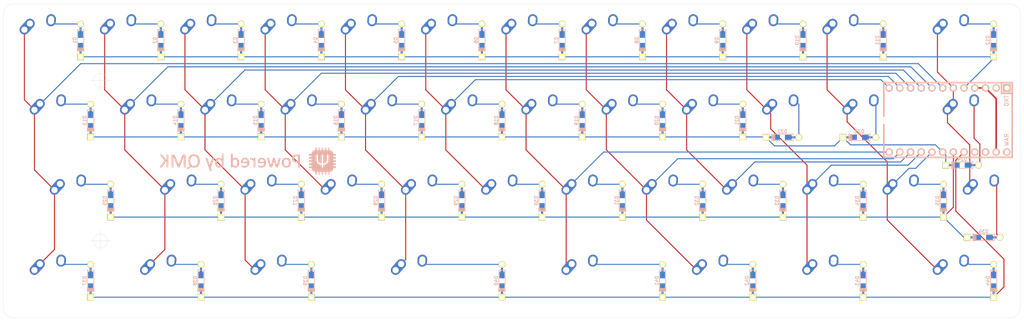
<source format=kicad_pcb>
(kicad_pcb (version 20171130) (host pcbnew 5.1.10)
  (layers (0 F.Cu signal) (31 B.Cu signal) (34 B.Paste user) (35 F.Paste user) (36 B.SilkS user) (37 F.SilkS user) (38 B.Mask user) (39 F.Mask user) (44 Edge.Cuts user))
  (net 0 "")
  (net 1 ROW0)
  (net 2 "Net-(D1-Pad2)")
  (net 3 "Net-(D2-Pad2)")
  (net 4 "Net-(D3-Pad2)")
  (net 5 "Net-(D4-Pad2)")
  (net 6 "Net-(D5-Pad2)")
  (net 7 "Net-(D6-Pad2)")
  (net 8 "Net-(D7-Pad2)")
  (net 9 "Net-(D8-Pad2)")
  (net 10 "Net-(D9-Pad2)")
  (net 11 "Net-(D10-Pad2)")
  (net 12 "Net-(D11-Pad2)")
  (net 13 "Net-(D12-Pad2)")
  (net 14 ROW1)
  (net 15 "Net-(D13-Pad2)")
  (net 16 "Net-(D14-Pad2)")
  (net 17 "Net-(D15-Pad2)")
  (net 18 "Net-(D16-Pad2)")
  (net 19 "Net-(D17-Pad2)")
  (net 20 "Net-(D18-Pad2)")
  (net 21 "Net-(D19-Pad2)")
  (net 22 "Net-(D20-Pad2)")
  (net 23 "Net-(D21-Pad2)")
  (net 24 "Net-(D22-Pad2)")
  (net 25 "Net-(D23-Pad2)")
  (net 26 "Net-(D24-Pad2)")
  (net 27 ROW2)
  (net 28 "Net-(D25-Pad2)")
  (net 29 "Net-(D26-Pad2)")
  (net 30 "Net-(D27-Pad2)")
  (net 31 "Net-(D28-Pad2)")
  (net 32 "Net-(D29-Pad2)")
  (net 33 "Net-(D30-Pad2)")
  (net 34 "Net-(D31-Pad2)")
  (net 35 "Net-(D32-Pad2)")
  (net 36 "Net-(D33-Pad2)")
  (net 37 "Net-(D34-Pad2)")
  (net 38 "Net-(D35-Pad2)")
  (net 39 "Net-(D36-Pad2)")
  (net 40 ROW3)
  (net 41 "Net-(D37-Pad2)")
  (net 42 "Net-(D38-Pad2)")
  (net 43 "Net-(D39-Pad2)")
  (net 44 "Net-(D40-Pad2)")
  (net 45 "Net-(D41-Pad2)")
  (net 46 "Net-(D42-Pad2)")
  (net 47 "Net-(D43-Pad2)")
  (net 48 "Net-(D44-Pad2)")
  (net 49 COL0)
  (net 50 COL1)
  (net 51 COL2)
  (net 52 COL3)
  (net 53 COL5)
  (net 54 COL6)
  (net 55 COL7)
  (net 56 COL8)
  (net 57 COL9)
  (net 58 COL10)
  (net 59 COL11)
  (net 60 GND)
  (net 61 COL4)
  (module MX_Alps_Hybrid:MX-1U-NoLED (layer F.Cu) (at 206.4385 85.6615)
    (fp_text reference MX10)
    (fp_text value MX-NoLED)
    (pad "" np_thru_hole circle (at 5.08 0 48.0996) (size 1.75 1.75) (drill 1.75) (layers *.Cu *.Mask))
    (pad "" np_thru_hole circle (at -5.08 0 48.0996) (size 1.75 1.75) (drill 1.75) (layers *.Cu *.Mask))
    (pad 1 thru_hole circle (at -2.5 -4) (size 2.25 2.25) (drill 1.47) (layers *.Cu B.Mask) (net 57 COL9))
    (pad "" np_thru_hole circle (at 0 0) (size 3.9878 3.9878) (drill 3.9878) (layers *.Cu *.Mask))
    (pad 1 thru_hole oval (at -3.81 -2.54 48.0996) (size 4.211556 2.25) (drill 1.47 (offset 0.980778 0)) (layers *.Cu B.Mask) (net 57 COL9))
    (pad 2 thru_hole circle (at 2.54 -5.08) (size 2.25 2.25) (drill 1.47) (layers *.Cu B.Mask) (net 11 "Net-(D10-Pad2)"))
    (pad 2 thru_hole oval (at 2.5 -4.5 86.0548) (size 2.831378 2.25) (drill 1.47 (offset 0.290689 0)) (layers *.Cu B.Mask) (net 11 "Net-(D10-Pad2)"))
  )
  (module silkscreen:silk-qmk (layer B.Cu) (at 84.1375 114.3 180)
    (fp_text reference G*** hide)
    (fp_text value LOGO hide)
  )
  (module MX_Alps_Hybrid:MX-1.5U-NoLED (layer F.Cu) (at 254.0635 104.7115)
    (fp_text reference MX24)
    (fp_text value MX-NoLED)
    (pad "" np_thru_hole circle (at 5.08 0 48.0996) (size 1.75 1.75) (drill 1.75) (layers *.Cu *.Mask))
    (pad "" np_thru_hole circle (at -5.08 0 48.0996) (size 1.75 1.75) (drill 1.75) (layers *.Cu *.Mask))
    (pad 1 thru_hole circle (at -2.5 -4) (size 2.25 2.25) (drill 1.47) (layers *.Cu B.Mask) (net 59 COL11))
    (pad "" np_thru_hole circle (at 0 0) (size 3.9878 3.9878) (drill 3.9878) (layers *.Cu *.Mask))
    (pad 1 thru_hole oval (at -3.81 -2.54 48.0996) (size 4.211556 2.25) (drill 1.47 (offset 0.980778 0)) (layers *.Cu B.Mask) (net 59 COL11))
    (pad 2 thru_hole circle (at 2.54 -5.08) (size 2.25 2.25) (drill 1.47) (layers *.Cu B.Mask) (net 26 "Net-(D24-Pad2)"))
    (pad 2 thru_hole oval (at 2.5 -4.5 86.0548) (size 2.831378 2.25) (drill 1.47 (offset 0.290689 0)) (layers *.Cu B.Mask) (net 26 "Net-(D24-Pad2)"))
  )
  (module MX_Alps_Hybrid:MX-1.5U-NoLED (layer F.Cu) (at 220.726 142.8115)
    (fp_text reference MX43)
    (fp_text value MX-NoLED)
    (pad "" np_thru_hole circle (at 5.08 0 48.0996) (size 1.75 1.75) (drill 1.75) (layers *.Cu *.Mask))
    (pad "" np_thru_hole circle (at -5.08 0 48.0996) (size 1.75 1.75) (drill 1.75) (layers *.Cu *.Mask))
    (pad 1 thru_hole circle (at -2.5 -4) (size 2.25 2.25) (drill 1.47) (layers *.Cu B.Mask) (net 57 COL9))
    (pad "" np_thru_hole circle (at 0 0) (size 3.9878 3.9878) (drill 3.9878) (layers *.Cu *.Mask))
    (pad 1 thru_hole oval (at -3.81 -2.54 48.0996) (size 4.211556 2.25) (drill 1.47 (offset 0.980778 0)) (layers *.Cu B.Mask) (net 57 COL9))
    (pad 2 thru_hole circle (at 2.54 -5.08) (size 2.25 2.25) (drill 1.47) (layers *.Cu B.Mask) (net 47 "Net-(D43-Pad2)"))
    (pad 2 thru_hole oval (at 2.5 -4.5 86.0548) (size 2.831378 2.25) (drill 1.47 (offset 0.290689 0)) (layers *.Cu B.Mask) (net 47 "Net-(D43-Pad2)"))
  )
  (module MX_Alps_Hybrid:MX-1U-NoLED (layer F.Cu) (at 258.826 123.7615)
    (fp_text reference MX36)
    (fp_text value MX-NoLED)
    (pad "" np_thru_hole circle (at 5.08 0 48.0996) (size 1.75 1.75) (drill 1.75) (layers *.Cu *.Mask))
    (pad "" np_thru_hole circle (at -5.08 0 48.0996) (size 1.75 1.75) (drill 1.75) (layers *.Cu *.Mask))
    (pad 1 thru_hole circle (at -2.5 -4) (size 2.25 2.25) (drill 1.47) (layers *.Cu B.Mask) (net 59 COL11))
    (pad "" np_thru_hole circle (at 0 0) (size 3.9878 3.9878) (drill 3.9878) (layers *.Cu *.Mask))
    (pad 1 thru_hole oval (at -3.81 -2.54 48.0996) (size 4.211556 2.25) (drill 1.47 (offset 0.980778 0)) (layers *.Cu B.Mask) (net 59 COL11))
    (pad 2 thru_hole circle (at 2.54 -5.08) (size 2.25 2.25) (drill 1.47) (layers *.Cu B.Mask) (net 39 "Net-(D36-Pad2)"))
    (pad 2 thru_hole oval (at 2.5 -4.5 86.0548) (size 2.831378 2.25) (drill 1.47 (offset 0.290689 0)) (layers *.Cu B.Mask) (net 39 "Net-(D36-Pad2)"))
  )
  (module MX_Alps_Hybrid:MX-2U-ReversedStabilizers-NoLED (layer F.Cu) (at 163.576 142.8115)
    (fp_text reference MX41)
    (fp_text value MX-NoLED)
    (pad "" np_thru_hole circle (at 11.938 -8.255) (size 3.9878 3.9878) (drill 3.9878) (layers *.Cu *.Mask))
    (pad "" np_thru_hole circle (at -11.938 -8.255) (size 3.9878 3.9878) (drill 3.9878) (layers *.Cu *.Mask))
    (pad "" np_thru_hole circle (at 11.938 6.985) (size 3.048 3.048) (drill 3.048) (layers *.Cu *.Mask))
    (pad "" np_thru_hole circle (at -11.938 6.985) (size 3.048 3.048) (drill 3.048) (layers *.Cu *.Mask))
    (pad "" np_thru_hole circle (at 5.08 0 48.0996) (size 1.75 1.75) (drill 1.75) (layers *.Cu *.Mask))
    (pad "" np_thru_hole circle (at -5.08 0 48.0996) (size 1.75 1.75) (drill 1.75) (layers *.Cu *.Mask))
    (pad 1 thru_hole circle (at -2.5 -4) (size 2.25 2.25) (drill 1.47) (layers *.Cu B.Mask) (net 54 COL6))
    (pad "" np_thru_hole circle (at 0 0) (size 3.9878 3.9878) (drill 3.9878) (layers *.Cu *.Mask))
    (pad 1 thru_hole oval (at -3.81 -2.54 48.0996) (size 4.211556 2.25) (drill 1.47 (offset 0.980778 0)) (layers *.Cu B.Mask) (net 54 COL6))
    (pad 2 thru_hole circle (at 2.54 -5.08) (size 2.25 2.25) (drill 1.47) (layers *.Cu B.Mask) (net 45 "Net-(D41-Pad2)"))
    (pad 2 thru_hole oval (at 2.5 -4.5 86.0548) (size 2.831378 2.25) (drill 1.47 (offset 0.290689 0)) (layers *.Cu B.Mask) (net 45 "Net-(D41-Pad2)"))
  )
  (module MX_Alps_Hybrid:MX-2.25U-ReversedStabilizers-NoLED (layer F.Cu) (at 123.09475 142.8115)
    (fp_text reference MX40)
    (fp_text value MX-NoLED)
    (pad "" np_thru_hole circle (at 11.938 -8.255) (size 3.9878 3.9878) (drill 3.9878) (layers *.Cu *.Mask))
    (pad "" np_thru_hole circle (at -11.938 -8.255) (size 3.9878 3.9878) (drill 3.9878) (layers *.Cu *.Mask))
    (pad "" np_thru_hole circle (at 11.938 6.985) (size 3.048 3.048) (drill 3.048) (layers *.Cu *.Mask))
    (pad "" np_thru_hole circle (at -11.938 6.985) (size 3.048 3.048) (drill 3.048) (layers *.Cu *.Mask))
    (pad "" np_thru_hole circle (at 5.08 0 48.0996) (size 1.75 1.75) (drill 1.75) (layers *.Cu *.Mask))
    (pad "" np_thru_hole circle (at -5.08 0 48.0996) (size 1.75 1.75) (drill 1.75) (layers *.Cu *.Mask))
    (pad 1 thru_hole circle (at -2.5 -4) (size 2.25 2.25) (drill 1.47) (layers *.Cu B.Mask) (net 61 COL4))
    (pad "" np_thru_hole circle (at 0 0) (size 3.9878 3.9878) (drill 3.9878) (layers *.Cu *.Mask))
    (pad 1 thru_hole oval (at -3.81 -2.54 48.0996) (size 4.211556 2.25) (drill 1.47 (offset 0.980778 0)) (layers *.Cu B.Mask) (net 61 COL4))
    (pad 2 thru_hole circle (at 2.54 -5.08) (size 2.25 2.25) (drill 1.47) (layers *.Cu B.Mask) (net 44 "Net-(D40-Pad2)"))
    (pad 2 thru_hole oval (at 2.5 -4.5 86.0548) (size 2.831378 2.25) (drill 1.47 (offset 0.290689 0)) (layers *.Cu B.Mask) (net 44 "Net-(D40-Pad2)"))
  )
  (module Keebio-Parts:ArduinoProMicro-BackSide (layer F.Cu) (at 250.3805 104.5845 180)
    (fp_text reference U1 hide)
    (fp_text value ProMicro hide)
    (fp_text user RAW (at -13.9 -4.7 90) (layer B.SilkS) (effects (justify mirror)))
    (fp_text user TX0 (at -13.9 4.6 90) (layer B.SilkS) (effects (justify mirror)))
    (pad 24 thru_hole circle (at -13.97 -7.62 180) (size 1.7526 1.7526) (drill 1.0922) (layers *.Cu *.SilkS *.Mask))
    (pad 12 thru_hole circle (at 13.97 7.62 180) (size 1.7526 1.7526) (drill 1.0922) (layers *.Cu *.SilkS *.Mask) (net 53 COL5))
    (pad 23 thru_hole circle (at -11.43 -7.62 180) (size 1.7526 1.7526) (drill 1.0922) (layers *.Cu *.SilkS *.Mask) (net 60 GND))
    (pad 22 thru_hole circle (at -8.89 -7.62 180) (size 1.7526 1.7526) (drill 1.0922) (layers *.Cu *.SilkS *.Mask))
    (pad 21 thru_hole circle (at -6.35 -7.62 180) (size 1.7526 1.7526) (drill 1.0922) (layers *.Cu *.SilkS *.Mask))
    (pad 20 thru_hole circle (at -3.81 -7.62 180) (size 1.7526 1.7526) (drill 1.0922) (layers *.Cu *.SilkS *.Mask) (net 40 ROW3))
    (pad 19 thru_hole circle (at -1.27 -7.62 180) (size 1.7526 1.7526) (drill 1.0922) (layers *.Cu *.SilkS *.Mask) (net 27 ROW2))
    (pad 18 thru_hole circle (at 1.27 -7.62 180) (size 1.7526 1.7526) (drill 1.0922) (layers *.Cu *.SilkS *.Mask) (net 14 ROW1))
    (pad 17 thru_hole circle (at 3.81 -7.62 180) (size 1.7526 1.7526) (drill 1.0922) (layers *.Cu *.SilkS *.Mask) (net 58 COL10))
    (pad 16 thru_hole circle (at 6.35 -7.62 180) (size 1.7526 1.7526) (drill 1.0922) (layers *.Cu *.SilkS *.Mask) (net 57 COL9))
    (pad 15 thru_hole circle (at 8.89 -7.62 180) (size 1.7526 1.7526) (drill 1.0922) (layers *.Cu *.SilkS *.Mask) (net 56 COL8))
    (pad 14 thru_hole circle (at 11.43 -7.62 180) (size 1.7526 1.7526) (drill 1.0922) (layers *.Cu *.SilkS *.Mask) (net 55 COL7))
    (pad 13 thru_hole circle (at 13.97 -7.62 180) (size 1.7526 1.7526) (drill 1.0922) (layers *.Cu *.SilkS *.Mask) (net 54 COL6))
    (pad 11 thru_hole circle (at 11.43 7.62 180) (size 1.7526 1.7526) (drill 1.0922) (layers *.Cu *.SilkS *.Mask) (net 61 COL4))
    (pad 10 thru_hole circle (at 8.89 7.62 180) (size 1.7526 1.7526) (drill 1.0922) (layers *.Cu *.SilkS *.Mask) (net 52 COL3))
    (pad 9 thru_hole circle (at 6.35 7.62 180) (size 1.7526 1.7526) (drill 1.0922) (layers *.Cu *.SilkS *.Mask) (net 51 COL2))
    (pad 8 thru_hole circle (at 3.81 7.62 180) (size 1.7526 1.7526) (drill 1.0922) (layers *.Cu *.SilkS *.Mask) (net 50 COL1))
    (pad 7 thru_hole circle (at 1.27 7.62 180) (size 1.7526 1.7526) (drill 1.0922) (layers *.Cu *.SilkS *.Mask) (net 49 COL0))
    (pad 6 thru_hole circle (at -1.27 7.62 180) (size 1.7526 1.7526) (drill 1.0922) (layers *.Cu *.SilkS *.Mask) (net 59 COL11))
    (pad 5 thru_hole circle (at -3.81 7.62 180) (size 1.7526 1.7526) (drill 1.0922) (layers *.Cu *.SilkS *.Mask) (net 1 ROW0))
    (pad 4 thru_hole circle (at -6.35 7.62 180) (size 1.7526 1.7526) (drill 1.0922) (layers *.Cu *.SilkS *.Mask) (net 60 GND))
    (pad 3 thru_hole circle (at -8.89 7.62 180) (size 1.7526 1.7526) (drill 1.0922) (layers *.Cu *.SilkS *.Mask) (net 60 GND))
    (pad 2 thru_hole circle (at -11.43 7.62 180) (size 1.7526 1.7526) (drill 1.0922) (layers *.Cu *.SilkS *.Mask))
    (pad 1 thru_hole rect (at -13.97 7.62 180) (size 1.7526 1.7526) (drill 1.0922) (layers *.Cu *.SilkS *.Mask))
  )
  (module MX_Alps_Hybrid:MX-1.75U-NoLED (layer F.Cu) (at 251.68225 142.8115)
    (fp_text reference MX44)
    (fp_text value MX-NoLED)
    (pad "" np_thru_hole circle (at 5.08 0 48.0996) (size 1.75 1.75) (drill 1.75) (layers *.Cu *.Mask))
    (pad "" np_thru_hole circle (at -5.08 0 48.0996) (size 1.75 1.75) (drill 1.75) (layers *.Cu *.Mask))
    (pad 1 thru_hole circle (at -2.5 -4) (size 2.25 2.25) (drill 1.47) (layers *.Cu B.Mask) (net 58 COL10))
    (pad "" np_thru_hole circle (at 0 0) (size 3.9878 3.9878) (drill 3.9878) (layers *.Cu *.Mask))
    (pad 1 thru_hole oval (at -3.81 -2.54 48.0996) (size 4.211556 2.25) (drill 1.47 (offset 0.980778 0)) (layers *.Cu B.Mask) (net 58 COL10))
    (pad 2 thru_hole circle (at 2.54 -5.08) (size 2.25 2.25) (drill 1.47) (layers *.Cu B.Mask) (net 48 "Net-(D44-Pad2)"))
    (pad 2 thru_hole oval (at 2.5 -4.5 86.0548) (size 2.831378 2.25) (drill 1.47 (offset 0.290689 0)) (layers *.Cu B.Mask) (net 48 "Net-(D44-Pad2)"))
  )
  (module MX_Alps_Hybrid:MX-1.25U-NoLED (layer F.Cu) (at 194.53225 142.8115)
    (fp_text reference MX42)
    (fp_text value MX-NoLED)
    (pad "" np_thru_hole circle (at 5.08 0 48.0996) (size 1.75 1.75) (drill 1.75) (layers *.Cu *.Mask))
    (pad "" np_thru_hole circle (at -5.08 0 48.0996) (size 1.75 1.75) (drill 1.75) (layers *.Cu *.Mask))
    (pad 1 thru_hole circle (at -2.5 -4) (size 2.25 2.25) (drill 1.47) (layers *.Cu B.Mask) (net 55 COL7))
    (pad "" np_thru_hole circle (at 0 0) (size 3.9878 3.9878) (drill 3.9878) (layers *.Cu *.Mask))
    (pad 1 thru_hole oval (at -3.81 -2.54 48.0996) (size 4.211556 2.25) (drill 1.47 (offset 0.980778 0)) (layers *.Cu B.Mask) (net 55 COL7))
    (pad 2 thru_hole circle (at 2.54 -5.08) (size 2.25 2.25) (drill 1.47) (layers *.Cu B.Mask) (net 46 "Net-(D42-Pad2)"))
    (pad 2 thru_hole oval (at 2.5 -4.5 86.0548) (size 2.831378 2.25) (drill 1.47 (offset 0.290689 0)) (layers *.Cu B.Mask) (net 46 "Net-(D42-Pad2)"))
  )
  (module MX_Alps_Hybrid:MX-1.25U-NoLED (layer F.Cu) (at 89.75725 142.8115)
    (fp_text reference MX39)
    (fp_text value MX-NoLED)
    (pad "" np_thru_hole circle (at 5.08 0 48.0996) (size 1.75 1.75) (drill 1.75) (layers *.Cu *.Mask))
    (pad "" np_thru_hole circle (at -5.08 0 48.0996) (size 1.75 1.75) (drill 1.75) (layers *.Cu *.Mask))
    (pad 1 thru_hole circle (at -2.5 -4) (size 2.25 2.25) (drill 1.47) (layers *.Cu B.Mask) (net 51 COL2))
    (pad "" np_thru_hole circle (at 0 0) (size 3.9878 3.9878) (drill 3.9878) (layers *.Cu *.Mask))
    (pad 1 thru_hole oval (at -3.81 -2.54 48.0996) (size 4.211556 2.25) (drill 1.47 (offset 0.980778 0)) (layers *.Cu B.Mask) (net 51 COL2))
    (pad 2 thru_hole circle (at 2.54 -5.08) (size 2.25 2.25) (drill 1.47) (layers *.Cu B.Mask) (net 43 "Net-(D39-Pad2)"))
    (pad 2 thru_hole oval (at 2.5 -4.5 86.0548) (size 2.831378 2.25) (drill 1.47 (offset 0.290689 0)) (layers *.Cu B.Mask) (net 43 "Net-(D39-Pad2)"))
  )
  (module MX_Alps_Hybrid:MX-1.5U-NoLED (layer F.Cu) (at 63.5635 142.8115)
    (fp_text reference MX38)
    (fp_text value MX-NoLED)
    (pad "" np_thru_hole circle (at 5.08 0 48.0996) (size 1.75 1.75) (drill 1.75) (layers *.Cu *.Mask))
    (pad "" np_thru_hole circle (at -5.08 0 48.0996) (size 1.75 1.75) (drill 1.75) (layers *.Cu *.Mask))
    (pad 1 thru_hole circle (at -2.5 -4) (size 2.25 2.25) (drill 1.47) (layers *.Cu B.Mask) (net 50 COL1))
    (pad "" np_thru_hole circle (at 0 0) (size 3.9878 3.9878) (drill 3.9878) (layers *.Cu *.Mask))
    (pad 1 thru_hole oval (at -3.81 -2.54 48.0996) (size 4.211556 2.25) (drill 1.47 (offset 0.980778 0)) (layers *.Cu B.Mask) (net 50 COL1))
    (pad 2 thru_hole circle (at 2.54 -5.08) (size 2.25 2.25) (drill 1.47) (layers *.Cu B.Mask) (net 42 "Net-(D38-Pad2)"))
    (pad 2 thru_hole oval (at 2.5 -4.5 86.0548) (size 2.831378 2.25) (drill 1.47 (offset 0.290689 0)) (layers *.Cu B.Mask) (net 42 "Net-(D38-Pad2)"))
  )
  (module MX_Alps_Hybrid:MX-1.25U-NoLED (layer F.Cu) (at 37.36975 142.8115)
    (fp_text reference MX37)
    (fp_text value MX-NoLED)
    (pad "" np_thru_hole circle (at 5.08 0 48.0996) (size 1.75 1.75) (drill 1.75) (layers *.Cu *.Mask))
    (pad "" np_thru_hole circle (at -5.08 0 48.0996) (size 1.75 1.75) (drill 1.75) (layers *.Cu *.Mask))
    (pad 1 thru_hole circle (at -2.5 -4) (size 2.25 2.25) (drill 1.47) (layers *.Cu B.Mask) (net 49 COL0))
    (pad "" np_thru_hole circle (at 0 0) (size 3.9878 3.9878) (drill 3.9878) (layers *.Cu *.Mask))
    (pad 1 thru_hole oval (at -3.81 -2.54 48.0996) (size 4.211556 2.25) (drill 1.47 (offset 0.980778 0)) (layers *.Cu B.Mask) (net 49 COL0))
    (pad 2 thru_hole circle (at 2.54 -5.08) (size 2.25 2.25) (drill 1.47) (layers *.Cu B.Mask) (net 41 "Net-(D37-Pad2)"))
    (pad 2 thru_hole oval (at 2.5 -4.5 86.0548) (size 2.831378 2.25) (drill 1.47 (offset 0.290689 0)) (layers *.Cu B.Mask) (net 41 "Net-(D37-Pad2)"))
  )
  (module MX_Alps_Hybrid:MX-1U-NoLED (layer F.Cu) (at 239.776 123.7615)
    (fp_text reference MX35)
    (fp_text value MX-NoLED)
    (pad "" np_thru_hole circle (at 5.08 0 48.0996) (size 1.75 1.75) (drill 1.75) (layers *.Cu *.Mask))
    (pad "" np_thru_hole circle (at -5.08 0 48.0996) (size 1.75 1.75) (drill 1.75) (layers *.Cu *.Mask))
    (pad 1 thru_hole circle (at -2.5 -4) (size 2.25 2.25) (drill 1.47) (layers *.Cu B.Mask) (net 58 COL10))
    (pad "" np_thru_hole circle (at 0 0) (size 3.9878 3.9878) (drill 3.9878) (layers *.Cu *.Mask))
    (pad 1 thru_hole oval (at -3.81 -2.54 48.0996) (size 4.211556 2.25) (drill 1.47 (offset 0.980778 0)) (layers *.Cu B.Mask) (net 58 COL10))
    (pad 2 thru_hole circle (at 2.54 -5.08) (size 2.25 2.25) (drill 1.47) (layers *.Cu B.Mask) (net 38 "Net-(D35-Pad2)"))
    (pad 2 thru_hole oval (at 2.5 -4.5 86.0548) (size 2.831378 2.25) (drill 1.47 (offset 0.290689 0)) (layers *.Cu B.Mask) (net 38 "Net-(D35-Pad2)"))
  )
  (module MX_Alps_Hybrid:MX-1U-NoLED (layer F.Cu) (at 220.726 123.7615)
    (fp_text reference MX34)
    (fp_text value MX-NoLED)
    (pad "" np_thru_hole circle (at 5.08 0 48.0996) (size 1.75 1.75) (drill 1.75) (layers *.Cu *.Mask))
    (pad "" np_thru_hole circle (at -5.08 0 48.0996) (size 1.75 1.75) (drill 1.75) (layers *.Cu *.Mask))
    (pad 1 thru_hole circle (at -2.5 -4) (size 2.25 2.25) (drill 1.47) (layers *.Cu B.Mask) (net 57 COL9))
    (pad "" np_thru_hole circle (at 0 0) (size 3.9878 3.9878) (drill 3.9878) (layers *.Cu *.Mask))
    (pad 1 thru_hole oval (at -3.81 -2.54 48.0996) (size 4.211556 2.25) (drill 1.47 (offset 0.980778 0)) (layers *.Cu B.Mask) (net 57 COL9))
    (pad 2 thru_hole circle (at 2.54 -5.08) (size 2.25 2.25) (drill 1.47) (layers *.Cu B.Mask) (net 37 "Net-(D34-Pad2)"))
    (pad 2 thru_hole oval (at 2.5 -4.5 86.0548) (size 2.831378 2.25) (drill 1.47 (offset 0.290689 0)) (layers *.Cu B.Mask) (net 37 "Net-(D34-Pad2)"))
  )
  (module MX_Alps_Hybrid:MX-1U-NoLED (layer F.Cu) (at 201.676 123.7615)
    (fp_text reference MX33)
    (fp_text value MX-NoLED)
    (pad "" np_thru_hole circle (at 5.08 0 48.0996) (size 1.75 1.75) (drill 1.75) (layers *.Cu *.Mask))
    (pad "" np_thru_hole circle (at -5.08 0 48.0996) (size 1.75 1.75) (drill 1.75) (layers *.Cu *.Mask))
    (pad 1 thru_hole circle (at -2.5 -4) (size 2.25 2.25) (drill 1.47) (layers *.Cu B.Mask) (net 56 COL8))
    (pad "" np_thru_hole circle (at 0 0) (size 3.9878 3.9878) (drill 3.9878) (layers *.Cu *.Mask))
    (pad 1 thru_hole oval (at -3.81 -2.54 48.0996) (size 4.211556 2.25) (drill 1.47 (offset 0.980778 0)) (layers *.Cu B.Mask) (net 56 COL8))
    (pad 2 thru_hole circle (at 2.54 -5.08) (size 2.25 2.25) (drill 1.47) (layers *.Cu B.Mask) (net 36 "Net-(D33-Pad2)"))
    (pad 2 thru_hole oval (at 2.5 -4.5 86.0548) (size 2.831378 2.25) (drill 1.47 (offset 0.290689 0)) (layers *.Cu B.Mask) (net 36 "Net-(D33-Pad2)"))
  )
  (module MX_Alps_Hybrid:MX-1U-NoLED (layer F.Cu) (at 182.626 123.7615)
    (fp_text reference MX32)
    (fp_text value MX-NoLED)
    (pad "" np_thru_hole circle (at 5.08 0 48.0996) (size 1.75 1.75) (drill 1.75) (layers *.Cu *.Mask))
    (pad "" np_thru_hole circle (at -5.08 0 48.0996) (size 1.75 1.75) (drill 1.75) (layers *.Cu *.Mask))
    (pad 1 thru_hole circle (at -2.5 -4) (size 2.25 2.25) (drill 1.47) (layers *.Cu B.Mask) (net 55 COL7))
    (pad "" np_thru_hole circle (at 0 0) (size 3.9878 3.9878) (drill 3.9878) (layers *.Cu *.Mask))
    (pad 1 thru_hole oval (at -3.81 -2.54 48.0996) (size 4.211556 2.25) (drill 1.47 (offset 0.980778 0)) (layers *.Cu B.Mask) (net 55 COL7))
    (pad 2 thru_hole circle (at 2.54 -5.08) (size 2.25 2.25) (drill 1.47) (layers *.Cu B.Mask) (net 35 "Net-(D32-Pad2)"))
    (pad 2 thru_hole oval (at 2.5 -4.5 86.0548) (size 2.831378 2.25) (drill 1.47 (offset 0.290689 0)) (layers *.Cu B.Mask) (net 35 "Net-(D32-Pad2)"))
  )
  (module MX_Alps_Hybrid:MX-1U-NoLED (layer F.Cu) (at 163.576 123.7615)
    (fp_text reference MX31)
    (fp_text value MX-NoLED)
    (pad "" np_thru_hole circle (at 5.08 0 48.0996) (size 1.75 1.75) (drill 1.75) (layers *.Cu *.Mask))
    (pad "" np_thru_hole circle (at -5.08 0 48.0996) (size 1.75 1.75) (drill 1.75) (layers *.Cu *.Mask))
    (pad 1 thru_hole circle (at -2.5 -4) (size 2.25 2.25) (drill 1.47) (layers *.Cu B.Mask) (net 54 COL6))
    (pad "" np_thru_hole circle (at 0 0) (size 3.9878 3.9878) (drill 3.9878) (layers *.Cu *.Mask))
    (pad 1 thru_hole oval (at -3.81 -2.54 48.0996) (size 4.211556 2.25) (drill 1.47 (offset 0.980778 0)) (layers *.Cu B.Mask) (net 54 COL6))
    (pad 2 thru_hole circle (at 2.54 -5.08) (size 2.25 2.25) (drill 1.47) (layers *.Cu B.Mask) (net 34 "Net-(D31-Pad2)"))
    (pad 2 thru_hole oval (at 2.5 -4.5 86.0548) (size 2.831378 2.25) (drill 1.47 (offset 0.290689 0)) (layers *.Cu B.Mask) (net 34 "Net-(D31-Pad2)"))
  )
  (module MX_Alps_Hybrid:MX-1U-NoLED (layer F.Cu) (at 144.526 123.7615)
    (fp_text reference MX30)
    (fp_text value MX-NoLED)
    (pad "" np_thru_hole circle (at 5.08 0 48.0996) (size 1.75 1.75) (drill 1.75) (layers *.Cu *.Mask))
    (pad "" np_thru_hole circle (at -5.08 0 48.0996) (size 1.75 1.75) (drill 1.75) (layers *.Cu *.Mask))
    (pad 1 thru_hole circle (at -2.5 -4) (size 2.25 2.25) (drill 1.47) (layers *.Cu B.Mask) (net 53 COL5))
    (pad "" np_thru_hole circle (at 0 0) (size 3.9878 3.9878) (drill 3.9878) (layers *.Cu *.Mask))
    (pad 1 thru_hole oval (at -3.81 -2.54 48.0996) (size 4.211556 2.25) (drill 1.47 (offset 0.980778 0)) (layers *.Cu B.Mask) (net 53 COL5))
    (pad 2 thru_hole circle (at 2.54 -5.08) (size 2.25 2.25) (drill 1.47) (layers *.Cu B.Mask) (net 33 "Net-(D30-Pad2)"))
    (pad 2 thru_hole oval (at 2.5 -4.5 86.0548) (size 2.831378 2.25) (drill 1.47 (offset 0.290689 0)) (layers *.Cu B.Mask) (net 33 "Net-(D30-Pad2)"))
  )
  (module MX_Alps_Hybrid:MX-1U-NoLED (layer F.Cu) (at 125.476 123.7615)
    (fp_text reference MX29)
    (fp_text value MX-NoLED)
    (pad "" np_thru_hole circle (at 5.08 0 48.0996) (size 1.75 1.75) (drill 1.75) (layers *.Cu *.Mask))
    (pad "" np_thru_hole circle (at -5.08 0 48.0996) (size 1.75 1.75) (drill 1.75) (layers *.Cu *.Mask))
    (pad 1 thru_hole circle (at -2.5 -4) (size 2.25 2.25) (drill 1.47) (layers *.Cu B.Mask) (net 61 COL4))
    (pad "" np_thru_hole circle (at 0 0) (size 3.9878 3.9878) (drill 3.9878) (layers *.Cu *.Mask))
    (pad 1 thru_hole oval (at -3.81 -2.54 48.0996) (size 4.211556 2.25) (drill 1.47 (offset 0.980778 0)) (layers *.Cu B.Mask) (net 61 COL4))
    (pad 2 thru_hole circle (at 2.54 -5.08) (size 2.25 2.25) (drill 1.47) (layers *.Cu B.Mask) (net 32 "Net-(D29-Pad2)"))
    (pad 2 thru_hole oval (at 2.5 -4.5 86.0548) (size 2.831378 2.25) (drill 1.47 (offset 0.290689 0)) (layers *.Cu B.Mask) (net 32 "Net-(D29-Pad2)"))
  )
  (module MX_Alps_Hybrid:MX-1U-NoLED (layer F.Cu) (at 106.426 123.7615)
    (fp_text reference MX28)
    (fp_text value MX-NoLED)
    (pad "" np_thru_hole circle (at 5.08 0 48.0996) (size 1.75 1.75) (drill 1.75) (layers *.Cu *.Mask))
    (pad "" np_thru_hole circle (at -5.08 0 48.0996) (size 1.75 1.75) (drill 1.75) (layers *.Cu *.Mask))
    (pad 1 thru_hole circle (at -2.5 -4) (size 2.25 2.25) (drill 1.47) (layers *.Cu B.Mask) (net 52 COL3))
    (pad "" np_thru_hole circle (at 0 0) (size 3.9878 3.9878) (drill 3.9878) (layers *.Cu *.Mask))
    (pad 1 thru_hole oval (at -3.81 -2.54 48.0996) (size 4.211556 2.25) (drill 1.47 (offset 0.980778 0)) (layers *.Cu B.Mask) (net 52 COL3))
    (pad 2 thru_hole circle (at 2.54 -5.08) (size 2.25 2.25) (drill 1.47) (layers *.Cu B.Mask) (net 31 "Net-(D28-Pad2)"))
    (pad 2 thru_hole oval (at 2.5 -4.5 86.0548) (size 2.831378 2.25) (drill 1.47 (offset 0.290689 0)) (layers *.Cu B.Mask) (net 31 "Net-(D28-Pad2)"))
  )
  (module MX_Alps_Hybrid:MX-1U-NoLED (layer F.Cu) (at 87.376 123.7615)
    (fp_text reference MX27)
    (fp_text value MX-NoLED)
    (pad "" np_thru_hole circle (at 5.08 0 48.0996) (size 1.75 1.75) (drill 1.75) (layers *.Cu *.Mask))
    (pad "" np_thru_hole circle (at -5.08 0 48.0996) (size 1.75 1.75) (drill 1.75) (layers *.Cu *.Mask))
    (pad 1 thru_hole circle (at -2.5 -4) (size 2.25 2.25) (drill 1.47) (layers *.Cu B.Mask) (net 51 COL2))
    (pad "" np_thru_hole circle (at 0 0) (size 3.9878 3.9878) (drill 3.9878) (layers *.Cu *.Mask))
    (pad 1 thru_hole oval (at -3.81 -2.54 48.0996) (size 4.211556 2.25) (drill 1.47 (offset 0.980778 0)) (layers *.Cu B.Mask) (net 51 COL2))
    (pad 2 thru_hole circle (at 2.54 -5.08) (size 2.25 2.25) (drill 1.47) (layers *.Cu B.Mask) (net 30 "Net-(D27-Pad2)"))
    (pad 2 thru_hole oval (at 2.5 -4.5 86.0548) (size 2.831378 2.25) (drill 1.47 (offset 0.290689 0)) (layers *.Cu B.Mask) (net 30 "Net-(D27-Pad2)"))
  )
  (module MX_Alps_Hybrid:MX-1U-NoLED (layer F.Cu) (at 68.326 123.7615)
    (fp_text reference MX26)
    (fp_text value MX-NoLED)
    (pad "" np_thru_hole circle (at 5.08 0 48.0996) (size 1.75 1.75) (drill 1.75) (layers *.Cu *.Mask))
    (pad "" np_thru_hole circle (at -5.08 0 48.0996) (size 1.75 1.75) (drill 1.75) (layers *.Cu *.Mask))
    (pad 1 thru_hole circle (at -2.5 -4) (size 2.25 2.25) (drill 1.47) (layers *.Cu B.Mask) (net 50 COL1))
    (pad "" np_thru_hole circle (at 0 0) (size 3.9878 3.9878) (drill 3.9878) (layers *.Cu *.Mask))
    (pad 1 thru_hole oval (at -3.81 -2.54 48.0996) (size 4.211556 2.25) (drill 1.47 (offset 0.980778 0)) (layers *.Cu B.Mask) (net 50 COL1))
    (pad 2 thru_hole circle (at 2.54 -5.08) (size 2.25 2.25) (drill 1.47) (layers *.Cu B.Mask) (net 29 "Net-(D26-Pad2)"))
    (pad 2 thru_hole oval (at 2.5 -4.5 86.0548) (size 2.831378 2.25) (drill 1.47 (offset 0.290689 0)) (layers *.Cu B.Mask) (net 29 "Net-(D26-Pad2)"))
  )
  (module MX_Alps_Hybrid:MX-1.75U-NoLED (layer F.Cu) (at 42.13225 123.7615)
    (fp_text reference MX25)
    (fp_text value MX-NoLED)
    (pad "" np_thru_hole circle (at 5.08 0 48.0996) (size 1.75 1.75) (drill 1.75) (layers *.Cu *.Mask))
    (pad "" np_thru_hole circle (at -5.08 0 48.0996) (size 1.75 1.75) (drill 1.75) (layers *.Cu *.Mask))
    (pad 1 thru_hole circle (at -2.5 -4) (size 2.25 2.25) (drill 1.47) (layers *.Cu B.Mask) (net 49 COL0))
    (pad "" np_thru_hole circle (at 0 0) (size 3.9878 3.9878) (drill 3.9878) (layers *.Cu *.Mask))
    (pad 1 thru_hole oval (at -3.81 -2.54 48.0996) (size 4.211556 2.25) (drill 1.47 (offset 0.980778 0)) (layers *.Cu B.Mask) (net 49 COL0))
    (pad 2 thru_hole circle (at 2.54 -5.08) (size 2.25 2.25) (drill 1.47) (layers *.Cu B.Mask) (net 28 "Net-(D25-Pad2)"))
    (pad 2 thru_hole oval (at 2.5 -4.5 86.0548) (size 2.831378 2.25) (drill 1.47 (offset 0.290689 0)) (layers *.Cu B.Mask) (net 28 "Net-(D25-Pad2)"))
  )
  (module MX_Alps_Hybrid:MX-1U-NoLED (layer F.Cu) (at 230.251 104.7115)
    (fp_text reference MX23)
    (fp_text value MX-NoLED)
    (pad "" np_thru_hole circle (at 5.08 0 48.0996) (size 1.75 1.75) (drill 1.75) (layers *.Cu *.Mask))
    (pad "" np_thru_hole circle (at -5.08 0 48.0996) (size 1.75 1.75) (drill 1.75) (layers *.Cu *.Mask))
    (pad 1 thru_hole circle (at -2.5 -4) (size 2.25 2.25) (drill 1.47) (layers *.Cu B.Mask) (net 58 COL10))
    (pad "" np_thru_hole circle (at 0 0) (size 3.9878 3.9878) (drill 3.9878) (layers *.Cu *.Mask))
    (pad 1 thru_hole oval (at -3.81 -2.54 48.0996) (size 4.211556 2.25) (drill 1.47 (offset 0.980778 0)) (layers *.Cu B.Mask) (net 58 COL10))
    (pad 2 thru_hole circle (at 2.54 -5.08) (size 2.25 2.25) (drill 1.47) (layers *.Cu B.Mask) (net 25 "Net-(D23-Pad2)"))
    (pad 2 thru_hole oval (at 2.5 -4.5 86.0548) (size 2.831378 2.25) (drill 1.47 (offset 0.290689 0)) (layers *.Cu B.Mask) (net 25 "Net-(D23-Pad2)"))
  )
  (module MX_Alps_Hybrid:MX-1U-NoLED (layer F.Cu) (at 211.201 104.7115)
    (fp_text reference MX22)
    (fp_text value MX-NoLED)
    (pad "" np_thru_hole circle (at 5.08 0 48.0996) (size 1.75 1.75) (drill 1.75) (layers *.Cu *.Mask))
    (pad "" np_thru_hole circle (at -5.08 0 48.0996) (size 1.75 1.75) (drill 1.75) (layers *.Cu *.Mask))
    (pad 1 thru_hole circle (at -2.5 -4) (size 2.25 2.25) (drill 1.47) (layers *.Cu B.Mask) (net 57 COL9))
    (pad "" np_thru_hole circle (at 0 0) (size 3.9878 3.9878) (drill 3.9878) (layers *.Cu *.Mask))
    (pad 1 thru_hole oval (at -3.81 -2.54 48.0996) (size 4.211556 2.25) (drill 1.47 (offset 0.980778 0)) (layers *.Cu B.Mask) (net 57 COL9))
    (pad 2 thru_hole circle (at 2.54 -5.08) (size 2.25 2.25) (drill 1.47) (layers *.Cu B.Mask) (net 24 "Net-(D22-Pad2)"))
    (pad 2 thru_hole oval (at 2.5 -4.5 86.0548) (size 2.831378 2.25) (drill 1.47 (offset 0.290689 0)) (layers *.Cu B.Mask) (net 24 "Net-(D22-Pad2)"))
  )
  (module MX_Alps_Hybrid:MX-1U-NoLED (layer F.Cu) (at 192.151 104.7115)
    (fp_text reference MX21)
    (fp_text value MX-NoLED)
    (pad "" np_thru_hole circle (at 5.08 0 48.0996) (size 1.75 1.75) (drill 1.75) (layers *.Cu *.Mask))
    (pad "" np_thru_hole circle (at -5.08 0 48.0996) (size 1.75 1.75) (drill 1.75) (layers *.Cu *.Mask))
    (pad 1 thru_hole circle (at -2.5 -4) (size 2.25 2.25) (drill 1.47) (layers *.Cu B.Mask) (net 56 COL8))
    (pad "" np_thru_hole circle (at 0 0) (size 3.9878 3.9878) (drill 3.9878) (layers *.Cu *.Mask))
    (pad 1 thru_hole oval (at -3.81 -2.54 48.0996) (size 4.211556 2.25) (drill 1.47 (offset 0.980778 0)) (layers *.Cu B.Mask) (net 56 COL8))
    (pad 2 thru_hole circle (at 2.54 -5.08) (size 2.25 2.25) (drill 1.47) (layers *.Cu B.Mask) (net 23 "Net-(D21-Pad2)"))
    (pad 2 thru_hole oval (at 2.5 -4.5 86.0548) (size 2.831378 2.25) (drill 1.47 (offset 0.290689 0)) (layers *.Cu B.Mask) (net 23 "Net-(D21-Pad2)"))
  )
  (module MX_Alps_Hybrid:MX-1U-NoLED (layer F.Cu) (at 173.101 104.7115)
    (fp_text reference MX20)
    (fp_text value MX-NoLED)
    (pad "" np_thru_hole circle (at 5.08 0 48.0996) (size 1.75 1.75) (drill 1.75) (layers *.Cu *.Mask))
    (pad "" np_thru_hole circle (at -5.08 0 48.0996) (size 1.75 1.75) (drill 1.75) (layers *.Cu *.Mask))
    (pad 1 thru_hole circle (at -2.5 -4) (size 2.25 2.25) (drill 1.47) (layers *.Cu B.Mask) (net 55 COL7))
    (pad "" np_thru_hole circle (at 0 0) (size 3.9878 3.9878) (drill 3.9878) (layers *.Cu *.Mask))
    (pad 1 thru_hole oval (at -3.81 -2.54 48.0996) (size 4.211556 2.25) (drill 1.47 (offset 0.980778 0)) (layers *.Cu B.Mask) (net 55 COL7))
    (pad 2 thru_hole circle (at 2.54 -5.08) (size 2.25 2.25) (drill 1.47) (layers *.Cu B.Mask) (net 22 "Net-(D20-Pad2)"))
    (pad 2 thru_hole oval (at 2.5 -4.5 86.0548) (size 2.831378 2.25) (drill 1.47 (offset 0.290689 0)) (layers *.Cu B.Mask) (net 22 "Net-(D20-Pad2)"))
  )
  (module MX_Alps_Hybrid:MX-1U-NoLED (layer F.Cu) (at 154.051 104.7115)
    (fp_text reference MX19)
    (fp_text value MX-NoLED)
    (pad "" np_thru_hole circle (at 5.08 0 48.0996) (size 1.75 1.75) (drill 1.75) (layers *.Cu *.Mask))
    (pad "" np_thru_hole circle (at -5.08 0 48.0996) (size 1.75 1.75) (drill 1.75) (layers *.Cu *.Mask))
    (pad 1 thru_hole circle (at -2.5 -4) (size 2.25 2.25) (drill 1.47) (layers *.Cu B.Mask) (net 54 COL6))
    (pad "" np_thru_hole circle (at 0 0) (size 3.9878 3.9878) (drill 3.9878) (layers *.Cu *.Mask))
    (pad 1 thru_hole oval (at -3.81 -2.54 48.0996) (size 4.211556 2.25) (drill 1.47 (offset 0.980778 0)) (layers *.Cu B.Mask) (net 54 COL6))
    (pad 2 thru_hole circle (at 2.54 -5.08) (size 2.25 2.25) (drill 1.47) (layers *.Cu B.Mask) (net 21 "Net-(D19-Pad2)"))
    (pad 2 thru_hole oval (at 2.5 -4.5 86.0548) (size 2.831378 2.25) (drill 1.47 (offset 0.290689 0)) (layers *.Cu B.Mask) (net 21 "Net-(D19-Pad2)"))
  )
  (module MX_Alps_Hybrid:MX-1U-NoLED (layer F.Cu) (at 135.001 104.7115)
    (fp_text reference MX18)
    (fp_text value MX-NoLED)
    (pad "" np_thru_hole circle (at 5.08 0 48.0996) (size 1.75 1.75) (drill 1.75) (layers *.Cu *.Mask))
    (pad "" np_thru_hole circle (at -5.08 0 48.0996) (size 1.75 1.75) (drill 1.75) (layers *.Cu *.Mask))
    (pad 1 thru_hole circle (at -2.5 -4) (size 2.25 2.25) (drill 1.47) (layers *.Cu B.Mask) (net 53 COL5))
    (pad "" np_thru_hole circle (at 0 0) (size 3.9878 3.9878) (drill 3.9878) (layers *.Cu *.Mask))
    (pad 1 thru_hole oval (at -3.81 -2.54 48.0996) (size 4.211556 2.25) (drill 1.47 (offset 0.980778 0)) (layers *.Cu B.Mask) (net 53 COL5))
    (pad 2 thru_hole circle (at 2.54 -5.08) (size 2.25 2.25) (drill 1.47) (layers *.Cu B.Mask) (net 20 "Net-(D18-Pad2)"))
    (pad 2 thru_hole oval (at 2.5 -4.5 86.0548) (size 2.831378 2.25) (drill 1.47 (offset 0.290689 0)) (layers *.Cu B.Mask) (net 20 "Net-(D18-Pad2)"))
  )
  (module MX_Alps_Hybrid:MX-1U-NoLED (layer F.Cu) (at 115.951 104.7115)
    (fp_text reference MX17)
    (fp_text value MX-NoLED)
    (pad "" np_thru_hole circle (at 5.08 0 48.0996) (size 1.75 1.75) (drill 1.75) (layers *.Cu *.Mask))
    (pad "" np_thru_hole circle (at -5.08 0 48.0996) (size 1.75 1.75) (drill 1.75) (layers *.Cu *.Mask))
    (pad 1 thru_hole circle (at -2.5 -4) (size 2.25 2.25) (drill 1.47) (layers *.Cu B.Mask) (net 61 COL4))
    (pad "" np_thru_hole circle (at 0 0) (size 3.9878 3.9878) (drill 3.9878) (layers *.Cu *.Mask))
    (pad 1 thru_hole oval (at -3.81 -2.54 48.0996) (size 4.211556 2.25) (drill 1.47 (offset 0.980778 0)) (layers *.Cu B.Mask) (net 61 COL4))
    (pad 2 thru_hole circle (at 2.54 -5.08) (size 2.25 2.25) (drill 1.47) (layers *.Cu B.Mask) (net 19 "Net-(D17-Pad2)"))
    (pad 2 thru_hole oval (at 2.5 -4.5 86.0548) (size 2.831378 2.25) (drill 1.47 (offset 0.290689 0)) (layers *.Cu B.Mask) (net 19 "Net-(D17-Pad2)"))
  )
  (module MX_Alps_Hybrid:MX-1U-NoLED (layer F.Cu) (at 96.901 104.7115)
    (fp_text reference MX16)
    (fp_text value MX-NoLED)
    (pad "" np_thru_hole circle (at 5.08 0 48.0996) (size 1.75 1.75) (drill 1.75) (layers *.Cu *.Mask))
    (pad "" np_thru_hole circle (at -5.08 0 48.0996) (size 1.75 1.75) (drill 1.75) (layers *.Cu *.Mask))
    (pad 1 thru_hole circle (at -2.5 -4) (size 2.25 2.25) (drill 1.47) (layers *.Cu B.Mask) (net 52 COL3))
    (pad "" np_thru_hole circle (at 0 0) (size 3.9878 3.9878) (drill 3.9878) (layers *.Cu *.Mask))
    (pad 1 thru_hole oval (at -3.81 -2.54 48.0996) (size 4.211556 2.25) (drill 1.47 (offset 0.980778 0)) (layers *.Cu B.Mask) (net 52 COL3))
    (pad 2 thru_hole circle (at 2.54 -5.08) (size 2.25 2.25) (drill 1.47) (layers *.Cu B.Mask) (net 18 "Net-(D16-Pad2)"))
    (pad 2 thru_hole oval (at 2.5 -4.5 86.0548) (size 2.831378 2.25) (drill 1.47 (offset 0.290689 0)) (layers *.Cu B.Mask) (net 18 "Net-(D16-Pad2)"))
  )
  (module MX_Alps_Hybrid:MX-1U-NoLED (layer F.Cu) (at 77.851 104.7115)
    (fp_text reference MX15)
    (fp_text value MX-NoLED)
    (pad "" np_thru_hole circle (at 5.08 0 48.0996) (size 1.75 1.75) (drill 1.75) (layers *.Cu *.Mask))
    (pad "" np_thru_hole circle (at -5.08 0 48.0996) (size 1.75 1.75) (drill 1.75) (layers *.Cu *.Mask))
    (pad 1 thru_hole circle (at -2.5 -4) (size 2.25 2.25) (drill 1.47) (layers *.Cu B.Mask) (net 51 COL2))
    (pad "" np_thru_hole circle (at 0 0) (size 3.9878 3.9878) (drill 3.9878) (layers *.Cu *.Mask))
    (pad 1 thru_hole oval (at -3.81 -2.54 48.0996) (size 4.211556 2.25) (drill 1.47 (offset 0.980778 0)) (layers *.Cu B.Mask) (net 51 COL2))
    (pad 2 thru_hole circle (at 2.54 -5.08) (size 2.25 2.25) (drill 1.47) (layers *.Cu B.Mask) (net 17 "Net-(D15-Pad2)"))
    (pad 2 thru_hole oval (at 2.5 -4.5 86.0548) (size 2.831378 2.25) (drill 1.47 (offset 0.290689 0)) (layers *.Cu B.Mask) (net 17 "Net-(D15-Pad2)"))
  )
  (module MX_Alps_Hybrid:MX-1U-NoLED (layer F.Cu) (at 58.801 104.7115)
    (fp_text reference MX14)
    (fp_text value MX-NoLED)
    (pad "" np_thru_hole circle (at 5.08 0 48.0996) (size 1.75 1.75) (drill 1.75) (layers *.Cu *.Mask))
    (pad "" np_thru_hole circle (at -5.08 0 48.0996) (size 1.75 1.75) (drill 1.75) (layers *.Cu *.Mask))
    (pad 1 thru_hole circle (at -2.5 -4) (size 2.25 2.25) (drill 1.47) (layers *.Cu B.Mask) (net 50 COL1))
    (pad "" np_thru_hole circle (at 0 0) (size 3.9878 3.9878) (drill 3.9878) (layers *.Cu *.Mask))
    (pad 1 thru_hole oval (at -3.81 -2.54 48.0996) (size 4.211556 2.25) (drill 1.47 (offset 0.980778 0)) (layers *.Cu B.Mask) (net 50 COL1))
    (pad 2 thru_hole circle (at 2.54 -5.08) (size 2.25 2.25) (drill 1.47) (layers *.Cu B.Mask) (net 16 "Net-(D14-Pad2)"))
    (pad 2 thru_hole oval (at 2.5 -4.5 86.0548) (size 2.831378 2.25) (drill 1.47 (offset 0.290689 0)) (layers *.Cu B.Mask) (net 16 "Net-(D14-Pad2)"))
  )
  (module MX_Alps_Hybrid:MX-1.25U-NoLED (layer F.Cu) (at 37.36975 104.7115)
    (fp_text reference MX13)
    (fp_text value MX-NoLED)
    (pad "" np_thru_hole circle (at 5.08 0 48.0996) (size 1.75 1.75) (drill 1.75) (layers *.Cu *.Mask))
    (pad "" np_thru_hole circle (at -5.08 0 48.0996) (size 1.75 1.75) (drill 1.75) (layers *.Cu *.Mask))
    (pad 1 thru_hole circle (at -2.5 -4) (size 2.25 2.25) (drill 1.47) (layers *.Cu B.Mask) (net 49 COL0))
    (pad "" np_thru_hole circle (at 0 0) (size 3.9878 3.9878) (drill 3.9878) (layers *.Cu *.Mask))
    (pad 1 thru_hole oval (at -3.81 -2.54 48.0996) (size 4.211556 2.25) (drill 1.47 (offset 0.980778 0)) (layers *.Cu B.Mask) (net 49 COL0))
    (pad 2 thru_hole circle (at 2.54 -5.08) (size 2.25 2.25) (drill 1.47) (layers *.Cu B.Mask) (net 15 "Net-(D13-Pad2)"))
    (pad 2 thru_hole oval (at 2.5 -4.5 86.0548) (size 2.831378 2.25) (drill 1.47 (offset 0.290689 0)) (layers *.Cu B.Mask) (net 15 "Net-(D13-Pad2)"))
  )
  (module MX_Alps_Hybrid:MX-1.75U-NoLED (layer F.Cu) (at 251.68225 85.6615)
    (fp_text reference MX12)
    (fp_text value MX-NoLED)
    (pad "" np_thru_hole circle (at 5.08 0 48.0996) (size 1.75 1.75) (drill 1.75) (layers *.Cu *.Mask))
    (pad "" np_thru_hole circle (at -5.08 0 48.0996) (size 1.75 1.75) (drill 1.75) (layers *.Cu *.Mask))
    (pad 1 thru_hole circle (at -2.5 -4) (size 2.25 2.25) (drill 1.47) (layers *.Cu B.Mask) (net 59 COL11))
    (pad "" np_thru_hole circle (at 0 0) (size 3.9878 3.9878) (drill 3.9878) (layers *.Cu *.Mask))
    (pad 1 thru_hole oval (at -3.81 -2.54 48.0996) (size 4.211556 2.25) (drill 1.47 (offset 0.980778 0)) (layers *.Cu B.Mask) (net 59 COL11))
    (pad 2 thru_hole circle (at 2.54 -5.08) (size 2.25 2.25) (drill 1.47) (layers *.Cu B.Mask) (net 13 "Net-(D12-Pad2)"))
    (pad 2 thru_hole oval (at 2.5 -4.5 86.0548) (size 2.831378 2.25) (drill 1.47 (offset 0.290689 0)) (layers *.Cu B.Mask) (net 13 "Net-(D12-Pad2)"))
  )
  (module MX_Alps_Hybrid:MX-1U-NoLED (layer F.Cu) (at 225.4885 85.6615)
    (fp_text reference MX11)
    (fp_text value MX-NoLED)
    (pad "" np_thru_hole circle (at 5.08 0 48.0996) (size 1.75 1.75) (drill 1.75) (layers *.Cu *.Mask))
    (pad "" np_thru_hole circle (at -5.08 0 48.0996) (size 1.75 1.75) (drill 1.75) (layers *.Cu *.Mask))
    (pad 1 thru_hole circle (at -2.5 -4) (size 2.25 2.25) (drill 1.47) (layers *.Cu B.Mask) (net 58 COL10))
    (pad "" np_thru_hole circle (at 0 0) (size 3.9878 3.9878) (drill 3.9878) (layers *.Cu *.Mask))
    (pad 1 thru_hole oval (at -3.81 -2.54 48.0996) (size 4.211556 2.25) (drill 1.47 (offset 0.980778 0)) (layers *.Cu B.Mask) (net 58 COL10))
    (pad 2 thru_hole circle (at 2.54 -5.08) (size 2.25 2.25) (drill 1.47) (layers *.Cu B.Mask) (net 12 "Net-(D11-Pad2)"))
    (pad 2 thru_hole oval (at 2.5 -4.5 86.0548) (size 2.831378 2.25) (drill 1.47 (offset 0.290689 0)) (layers *.Cu B.Mask) (net 12 "Net-(D11-Pad2)"))
  )
  (module MX_Alps_Hybrid:MX-1U-NoLED (layer F.Cu) (at 187.3885 85.6615)
    (fp_text reference MX9)
    (fp_text value MX-NoLED)
    (pad "" np_thru_hole circle (at 5.08 0 48.0996) (size 1.75 1.75) (drill 1.75) (layers *.Cu *.Mask))
    (pad "" np_thru_hole circle (at -5.08 0 48.0996) (size 1.75 1.75) (drill 1.75) (layers *.Cu *.Mask))
    (pad 1 thru_hole circle (at -2.5 -4) (size 2.25 2.25) (drill 1.47) (layers *.Cu B.Mask) (net 56 COL8))
    (pad "" np_thru_hole circle (at 0 0) (size 3.9878 3.9878) (drill 3.9878) (layers *.Cu *.Mask))
    (pad 1 thru_hole oval (at -3.81 -2.54 48.0996) (size 4.211556 2.25) (drill 1.47 (offset 0.980778 0)) (layers *.Cu B.Mask) (net 56 COL8))
    (pad 2 thru_hole circle (at 2.54 -5.08) (size 2.25 2.25) (drill 1.47) (layers *.Cu B.Mask) (net 10 "Net-(D9-Pad2)"))
    (pad 2 thru_hole oval (at 2.5 -4.5 86.0548) (size 2.831378 2.25) (drill 1.47 (offset 0.290689 0)) (layers *.Cu B.Mask) (net 10 "Net-(D9-Pad2)"))
  )
  (module MX_Alps_Hybrid:MX-1U-NoLED (layer F.Cu) (at 168.3385 85.6615)
    (fp_text reference MX8)
    (fp_text value MX-NoLED)
    (pad "" np_thru_hole circle (at 5.08 0 48.0996) (size 1.75 1.75) (drill 1.75) (layers *.Cu *.Mask))
    (pad "" np_thru_hole circle (at -5.08 0 48.0996) (size 1.75 1.75) (drill 1.75) (layers *.Cu *.Mask))
    (pad 1 thru_hole circle (at -2.5 -4) (size 2.25 2.25) (drill 1.47) (layers *.Cu B.Mask) (net 55 COL7))
    (pad "" np_thru_hole circle (at 0 0) (size 3.9878 3.9878) (drill 3.9878) (layers *.Cu *.Mask))
    (pad 1 thru_hole oval (at -3.81 -2.54 48.0996) (size 4.211556 2.25) (drill 1.47 (offset 0.980778 0)) (layers *.Cu B.Mask) (net 55 COL7))
    (pad 2 thru_hole circle (at 2.54 -5.08) (size 2.25 2.25) (drill 1.47) (layers *.Cu B.Mask) (net 9 "Net-(D8-Pad2)"))
    (pad 2 thru_hole oval (at 2.5 -4.5 86.0548) (size 2.831378 2.25) (drill 1.47 (offset 0.290689 0)) (layers *.Cu B.Mask) (net 9 "Net-(D8-Pad2)"))
  )
  (module MX_Alps_Hybrid:MX-1U-NoLED (layer F.Cu) (at 149.2885 85.6615)
    (fp_text reference MX7)
    (fp_text value MX-NoLED)
    (pad "" np_thru_hole circle (at 5.08 0 48.0996) (size 1.75 1.75) (drill 1.75) (layers *.Cu *.Mask))
    (pad "" np_thru_hole circle (at -5.08 0 48.0996) (size 1.75 1.75) (drill 1.75) (layers *.Cu *.Mask))
    (pad 1 thru_hole circle (at -2.5 -4) (size 2.25 2.25) (drill 1.47) (layers *.Cu B.Mask) (net 54 COL6))
    (pad "" np_thru_hole circle (at 0 0) (size 3.9878 3.9878) (drill 3.9878) (layers *.Cu *.Mask))
    (pad 1 thru_hole oval (at -3.81 -2.54 48.0996) (size 4.211556 2.25) (drill 1.47 (offset 0.980778 0)) (layers *.Cu B.Mask) (net 54 COL6))
    (pad 2 thru_hole circle (at 2.54 -5.08) (size 2.25 2.25) (drill 1.47) (layers *.Cu B.Mask) (net 8 "Net-(D7-Pad2)"))
    (pad 2 thru_hole oval (at 2.5 -4.5 86.0548) (size 2.831378 2.25) (drill 1.47 (offset 0.290689 0)) (layers *.Cu B.Mask) (net 8 "Net-(D7-Pad2)"))
  )
  (module MX_Alps_Hybrid:MX-1U-NoLED (layer F.Cu) (at 130.2385 85.6615)
    (fp_text reference MX6)
    (fp_text value MX-NoLED)
    (pad "" np_thru_hole circle (at 5.08 0 48.0996) (size 1.75 1.75) (drill 1.75) (layers *.Cu *.Mask))
    (pad "" np_thru_hole circle (at -5.08 0 48.0996) (size 1.75 1.75) (drill 1.75) (layers *.Cu *.Mask))
    (pad 1 thru_hole circle (at -2.5 -4) (size 2.25 2.25) (drill 1.47) (layers *.Cu B.Mask) (net 53 COL5))
    (pad "" np_thru_hole circle (at 0 0) (size 3.9878 3.9878) (drill 3.9878) (layers *.Cu *.Mask))
    (pad 1 thru_hole oval (at -3.81 -2.54 48.0996) (size 4.211556 2.25) (drill 1.47 (offset 0.980778 0)) (layers *.Cu B.Mask) (net 53 COL5))
    (pad 2 thru_hole circle (at 2.54 -5.08) (size 2.25 2.25) (drill 1.47) (layers *.Cu B.Mask) (net 7 "Net-(D6-Pad2)"))
    (pad 2 thru_hole oval (at 2.5 -4.5 86.0548) (size 2.831378 2.25) (drill 1.47 (offset 0.290689 0)) (layers *.Cu B.Mask) (net 7 "Net-(D6-Pad2)"))
  )
  (module MX_Alps_Hybrid:MX-1U-NoLED (layer F.Cu) (at 111.1885 85.6615)
    (fp_text reference MX5)
    (fp_text value MX-NoLED)
    (pad "" np_thru_hole circle (at 5.08 0 48.0996) (size 1.75 1.75) (drill 1.75) (layers *.Cu *.Mask))
    (pad "" np_thru_hole circle (at -5.08 0 48.0996) (size 1.75 1.75) (drill 1.75) (layers *.Cu *.Mask))
    (pad 1 thru_hole circle (at -2.5 -4) (size 2.25 2.25) (drill 1.47) (layers *.Cu B.Mask) (net 61 COL4))
    (pad "" np_thru_hole circle (at 0 0) (size 3.9878 3.9878) (drill 3.9878) (layers *.Cu *.Mask))
    (pad 1 thru_hole oval (at -3.81 -2.54 48.0996) (size 4.211556 2.25) (drill 1.47 (offset 0.980778 0)) (layers *.Cu B.Mask) (net 61 COL4))
    (pad 2 thru_hole circle (at 2.54 -5.08) (size 2.25 2.25) (drill 1.47) (layers *.Cu B.Mask) (net 6 "Net-(D5-Pad2)"))
    (pad 2 thru_hole oval (at 2.5 -4.5 86.0548) (size 2.831378 2.25) (drill 1.47 (offset 0.290689 0)) (layers *.Cu B.Mask) (net 6 "Net-(D5-Pad2)"))
  )
  (module MX_Alps_Hybrid:MX-1U-NoLED (layer F.Cu) (at 92.1385 85.6615)
    (fp_text reference MX4)
    (fp_text value MX-NoLED)
    (pad "" np_thru_hole circle (at 5.08 0 48.0996) (size 1.75 1.75) (drill 1.75) (layers *.Cu *.Mask))
    (pad "" np_thru_hole circle (at -5.08 0 48.0996) (size 1.75 1.75) (drill 1.75) (layers *.Cu *.Mask))
    (pad 1 thru_hole circle (at -2.5 -4) (size 2.25 2.25) (drill 1.47) (layers *.Cu B.Mask) (net 52 COL3))
    (pad "" np_thru_hole circle (at 0 0) (size 3.9878 3.9878) (drill 3.9878) (layers *.Cu *.Mask))
    (pad 1 thru_hole oval (at -3.81 -2.54 48.0996) (size 4.211556 2.25) (drill 1.47 (offset 0.980778 0)) (layers *.Cu B.Mask) (net 52 COL3))
    (pad 2 thru_hole circle (at 2.54 -5.08) (size 2.25 2.25) (drill 1.47) (layers *.Cu B.Mask) (net 5 "Net-(D4-Pad2)"))
    (pad 2 thru_hole oval (at 2.5 -4.5 86.0548) (size 2.831378 2.25) (drill 1.47 (offset 0.290689 0)) (layers *.Cu B.Mask) (net 5 "Net-(D4-Pad2)"))
  )
  (module MX_Alps_Hybrid:MX-1U-NoLED (layer F.Cu) (at 73.0885 85.6615)
    (fp_text reference MX3)
    (fp_text value MX-NoLED)
    (pad "" np_thru_hole circle (at 5.08 0 48.0996) (size 1.75 1.75) (drill 1.75) (layers *.Cu *.Mask))
    (pad "" np_thru_hole circle (at -5.08 0 48.0996) (size 1.75 1.75) (drill 1.75) (layers *.Cu *.Mask))
    (pad 1 thru_hole circle (at -2.5 -4) (size 2.25 2.25) (drill 1.47) (layers *.Cu B.Mask) (net 51 COL2))
    (pad "" np_thru_hole circle (at 0 0) (size 3.9878 3.9878) (drill 3.9878) (layers *.Cu *.Mask))
    (pad 1 thru_hole oval (at -3.81 -2.54 48.0996) (size 4.211556 2.25) (drill 1.47 (offset 0.980778 0)) (layers *.Cu B.Mask) (net 51 COL2))
    (pad 2 thru_hole circle (at 2.54 -5.08) (size 2.25 2.25) (drill 1.47) (layers *.Cu B.Mask) (net 4 "Net-(D3-Pad2)"))
    (pad 2 thru_hole oval (at 2.5 -4.5 86.0548) (size 2.831378 2.25) (drill 1.47 (offset 0.290689 0)) (layers *.Cu B.Mask) (net 4 "Net-(D3-Pad2)"))
  )
  (module MX_Alps_Hybrid:MX-1U-NoLED (layer F.Cu) (at 54.0385 85.6615)
    (fp_text reference MX2)
    (fp_text value MX-NoLED)
    (pad "" np_thru_hole circle (at 5.08 0 48.0996) (size 1.75 1.75) (drill 1.75) (layers *.Cu *.Mask))
    (pad "" np_thru_hole circle (at -5.08 0 48.0996) (size 1.75 1.75) (drill 1.75) (layers *.Cu *.Mask))
    (pad 1 thru_hole circle (at -2.5 -4) (size 2.25 2.25) (drill 1.47) (layers *.Cu B.Mask) (net 50 COL1))
    (pad "" np_thru_hole circle (at 0 0) (size 3.9878 3.9878) (drill 3.9878) (layers *.Cu *.Mask))
    (pad 1 thru_hole oval (at -3.81 -2.54 48.0996) (size 4.211556 2.25) (drill 1.47 (offset 0.980778 0)) (layers *.Cu B.Mask) (net 50 COL1))
    (pad 2 thru_hole circle (at 2.54 -5.08) (size 2.25 2.25) (drill 1.47) (layers *.Cu B.Mask) (net 3 "Net-(D2-Pad2)"))
    (pad 2 thru_hole oval (at 2.5 -4.5 86.0548) (size 2.831378 2.25) (drill 1.47 (offset 0.290689 0)) (layers *.Cu B.Mask) (net 3 "Net-(D2-Pad2)"))
  )
  (module MX_Alps_Hybrid:MX-1U-NoLED (layer F.Cu) (at 34.9885 85.6615)
    (fp_text reference MX1)
    (fp_text value MX-NoLED)
    (pad "" np_thru_hole circle (at 5.08 0 48.0996) (size 1.75 1.75) (drill 1.75) (layers *.Cu *.Mask))
    (pad "" np_thru_hole circle (at -5.08 0 48.0996) (size 1.75 1.75) (drill 1.75) (layers *.Cu *.Mask))
    (pad 1 thru_hole circle (at -2.5 -4) (size 2.25 2.25) (drill 1.47) (layers *.Cu B.Mask) (net 49 COL0))
    (pad "" np_thru_hole circle (at 0 0) (size 3.9878 3.9878) (drill 3.9878) (layers *.Cu *.Mask))
    (pad 1 thru_hole oval (at -3.81 -2.54 48.0996) (size 4.211556 2.25) (drill 1.47 (offset 0.980778 0)) (layers *.Cu B.Mask) (net 49 COL0))
    (pad 2 thru_hole circle (at 2.54 -5.08) (size 2.25 2.25) (drill 1.47) (layers *.Cu B.Mask) (net 2 "Net-(D1-Pad2)"))
    (pad 2 thru_hole oval (at 2.5 -4.5 86.0548) (size 2.831378 2.25) (drill 1.47 (offset 0.290689 0)) (layers *.Cu B.Mask) (net 2 "Net-(D1-Pad2)"))
  )
  (module Keebio-Parts:Diode-Hybrid-Back (layer F.Cu) (at 261.20725 142.8115 270)
    (fp_text reference D44 (at -0.0254 1.4 90) (layer B.SilkS) (effects (font (size 0.8 0.8)) (justify mirror)))
    (fp_text value D_Small hide)
    (pad 1 thru_hole rect (at 3.9 0 270) (size 1.6 1.6) (drill 1) (layers *.Cu *.Mask F.SilkS) (net 40 ROW3))
    (pad 2 thru_hole circle (at -3.9 0 270) (size 1.6 1.6) (drill 1) (layers *.Cu *.Mask F.SilkS) (net 48 "Net-(D44-Pad2)"))
    (pad 1 smd rect (at 2.5 0 270) (size 2.9 0.5) (layers B.Cu) (net 40 ROW3))
    (pad 1 smd rect (at 1.4 0 270) (size 1.6 1.2) (layers B.Cu B.Paste B.Mask) (net 40 ROW3))
    (pad 2 smd rect (at -1.4 0 270) (size 1.6 1.2) (layers B.Cu B.Paste B.Mask) (net 48 "Net-(D44-Pad2)"))
    (pad 2 smd rect (at -2.5 0 270) (size 2.9 0.5) (layers B.Cu) (net 48 "Net-(D44-Pad2)"))
  )
  (module Keebio-Parts:Diode-Hybrid-Back (layer F.Cu) (at 230.251 142.8115 270)
    (fp_text reference D43 (at -0.0254 1.4 90) (layer B.SilkS) (effects (font (size 0.8 0.8)) (justify mirror)))
    (fp_text value D_Small hide)
    (pad 1 thru_hole rect (at 3.9 0 270) (size 1.6 1.6) (drill 1) (layers *.Cu *.Mask F.SilkS) (net 40 ROW3))
    (pad 2 thru_hole circle (at -3.9 0 270) (size 1.6 1.6) (drill 1) (layers *.Cu *.Mask F.SilkS) (net 47 "Net-(D43-Pad2)"))
    (pad 1 smd rect (at 2.5 0 270) (size 2.9 0.5) (layers B.Cu) (net 40 ROW3))
    (pad 1 smd rect (at 1.4 0 270) (size 1.6 1.2) (layers B.Cu B.Paste B.Mask) (net 40 ROW3))
    (pad 2 smd rect (at -1.4 0 270) (size 1.6 1.2) (layers B.Cu B.Paste B.Mask) (net 47 "Net-(D43-Pad2)"))
    (pad 2 smd rect (at -2.5 0 270) (size 2.9 0.5) (layers B.Cu) (net 47 "Net-(D43-Pad2)"))
  )
  (module Keebio-Parts:Diode-Hybrid-Back (layer F.Cu) (at 204.05725 142.8115 270)
    (fp_text reference D42 (at -0.0254 1.4 90) (layer B.SilkS) (effects (font (size 0.8 0.8)) (justify mirror)))
    (fp_text value D_Small hide)
    (pad 1 thru_hole rect (at 3.9 0 270) (size 1.6 1.6) (drill 1) (layers *.Cu *.Mask F.SilkS) (net 40 ROW3))
    (pad 2 thru_hole circle (at -3.9 0 270) (size 1.6 1.6) (drill 1) (layers *.Cu *.Mask F.SilkS) (net 46 "Net-(D42-Pad2)"))
    (pad 1 smd rect (at 2.5 0 270) (size 2.9 0.5) (layers B.Cu) (net 40 ROW3))
    (pad 1 smd rect (at 1.4 0 270) (size 1.6 1.2) (layers B.Cu B.Paste B.Mask) (net 40 ROW3))
    (pad 2 smd rect (at -1.4 0 270) (size 1.6 1.2) (layers B.Cu B.Paste B.Mask) (net 46 "Net-(D42-Pad2)"))
    (pad 2 smd rect (at -2.5 0 270) (size 2.9 0.5) (layers B.Cu) (net 46 "Net-(D42-Pad2)"))
  )
  (module Keebio-Parts:Diode-Hybrid-Back (layer F.Cu) (at 182.626 142.8115 270)
    (fp_text reference D41 (at -0.0254 1.4 90) (layer B.SilkS) (effects (font (size 0.8 0.8)) (justify mirror)))
    (fp_text value D_Small hide)
    (pad 1 thru_hole rect (at 3.9 0 270) (size 1.6 1.6) (drill 1) (layers *.Cu *.Mask F.SilkS) (net 40 ROW3))
    (pad 2 thru_hole circle (at -3.9 0 270) (size 1.6 1.6) (drill 1) (layers *.Cu *.Mask F.SilkS) (net 45 "Net-(D41-Pad2)"))
    (pad 1 smd rect (at 2.5 0 270) (size 2.9 0.5) (layers B.Cu) (net 40 ROW3))
    (pad 1 smd rect (at 1.4 0 270) (size 1.6 1.2) (layers B.Cu B.Paste B.Mask) (net 40 ROW3))
    (pad 2 smd rect (at -1.4 0 270) (size 1.6 1.2) (layers B.Cu B.Paste B.Mask) (net 45 "Net-(D41-Pad2)"))
    (pad 2 smd rect (at -2.5 0 270) (size 2.9 0.5) (layers B.Cu) (net 45 "Net-(D41-Pad2)"))
  )
  (module Keebio-Parts:Diode-Hybrid-Back (layer F.Cu) (at 144.526 142.8115 270)
    (fp_text reference D40 (at -0.0254 1.4 90) (layer B.SilkS) (effects (font (size 0.8 0.8)) (justify mirror)))
    (fp_text value D_Small hide)
    (pad 1 thru_hole rect (at 3.9 0 270) (size 1.6 1.6) (drill 1) (layers *.Cu *.Mask F.SilkS) (net 40 ROW3))
    (pad 2 thru_hole circle (at -3.9 0 270) (size 1.6 1.6) (drill 1) (layers *.Cu *.Mask F.SilkS) (net 44 "Net-(D40-Pad2)"))
    (pad 1 smd rect (at 2.5 0 270) (size 2.9 0.5) (layers B.Cu) (net 40 ROW3))
    (pad 1 smd rect (at 1.4 0 270) (size 1.6 1.2) (layers B.Cu B.Paste B.Mask) (net 40 ROW3))
    (pad 2 smd rect (at -1.4 0 270) (size 1.6 1.2) (layers B.Cu B.Paste B.Mask) (net 44 "Net-(D40-Pad2)"))
    (pad 2 smd rect (at -2.5 0 270) (size 2.9 0.5) (layers B.Cu) (net 44 "Net-(D40-Pad2)"))
  )
  (module Keebio-Parts:Diode-Hybrid-Back (layer F.Cu) (at 99.28225 142.8115 270)
    (fp_text reference D39 (at -0.0254 1.4 90) (layer B.SilkS) (effects (font (size 0.8 0.8)) (justify mirror)))
    (fp_text value D_Small hide)
    (pad 1 thru_hole rect (at 3.9 0 270) (size 1.6 1.6) (drill 1) (layers *.Cu *.Mask F.SilkS) (net 40 ROW3))
    (pad 2 thru_hole circle (at -3.9 0 270) (size 1.6 1.6) (drill 1) (layers *.Cu *.Mask F.SilkS) (net 43 "Net-(D39-Pad2)"))
    (pad 1 smd rect (at 2.5 0 270) (size 2.9 0.5) (layers B.Cu) (net 40 ROW3))
    (pad 1 smd rect (at 1.4 0 270) (size 1.6 1.2) (layers B.Cu B.Paste B.Mask) (net 40 ROW3))
    (pad 2 smd rect (at -1.4 0 270) (size 1.6 1.2) (layers B.Cu B.Paste B.Mask) (net 43 "Net-(D39-Pad2)"))
    (pad 2 smd rect (at -2.5 0 270) (size 2.9 0.5) (layers B.Cu) (net 43 "Net-(D39-Pad2)"))
  )
  (module Keebio-Parts:Diode-Hybrid-Back (layer F.Cu) (at 73.0885 142.8115 270)
    (fp_text reference D38 (at -0.0254 1.4 90) (layer B.SilkS) (effects (font (size 0.8 0.8)) (justify mirror)))
    (fp_text value D_Small hide)
    (pad 1 thru_hole rect (at 3.9 0 270) (size 1.6 1.6) (drill 1) (layers *.Cu *.Mask F.SilkS) (net 40 ROW3))
    (pad 2 thru_hole circle (at -3.9 0 270) (size 1.6 1.6) (drill 1) (layers *.Cu *.Mask F.SilkS) (net 42 "Net-(D38-Pad2)"))
    (pad 1 smd rect (at 2.5 0 270) (size 2.9 0.5) (layers B.Cu) (net 40 ROW3))
    (pad 1 smd rect (at 1.4 0 270) (size 1.6 1.2) (layers B.Cu B.Paste B.Mask) (net 40 ROW3))
    (pad 2 smd rect (at -1.4 0 270) (size 1.6 1.2) (layers B.Cu B.Paste B.Mask) (net 42 "Net-(D38-Pad2)"))
    (pad 2 smd rect (at -2.5 0 270) (size 2.9 0.5) (layers B.Cu) (net 42 "Net-(D38-Pad2)"))
  )
  (module Keebio-Parts:Diode-Hybrid-Back (layer F.Cu) (at 46.89475 142.8115 270)
    (fp_text reference D37 (at -0.0254 1.4 90) (layer B.SilkS) (effects (font (size 0.8 0.8)) (justify mirror)))
    (fp_text value D_Small hide)
    (pad 1 thru_hole rect (at 3.9 0 270) (size 1.6 1.6) (drill 1) (layers *.Cu *.Mask F.SilkS) (net 40 ROW3))
    (pad 2 thru_hole circle (at -3.9 0 270) (size 1.6 1.6) (drill 1) (layers *.Cu *.Mask F.SilkS) (net 41 "Net-(D37-Pad2)"))
    (pad 1 smd rect (at 2.5 0 270) (size 2.9 0.5) (layers B.Cu) (net 40 ROW3))
    (pad 1 smd rect (at 1.4 0 270) (size 1.6 1.2) (layers B.Cu B.Paste B.Mask) (net 40 ROW3))
    (pad 2 smd rect (at -1.4 0 270) (size 1.6 1.2) (layers B.Cu B.Paste B.Mask) (net 41 "Net-(D37-Pad2)"))
    (pad 2 smd rect (at -2.5 0 270) (size 2.9 0.5) (layers B.Cu) (net 41 "Net-(D37-Pad2)"))
  )
  (module Keebio-Parts:Diode-Hybrid-Back (layer F.Cu) (at 258.826 132.49275 180)
    (fp_text reference D36 (at -0.0254 1.4) (layer B.SilkS) (effects (font (size 0.8 0.8)) (justify mirror)))
    (fp_text value D_Small hide)
    (pad 1 thru_hole rect (at 3.9 0 180) (size 1.6 1.6) (drill 1) (layers *.Cu *.Mask F.SilkS) (net 27 ROW2))
    (pad 2 thru_hole circle (at -3.9 0 180) (size 1.6 1.6) (drill 1) (layers *.Cu *.Mask F.SilkS) (net 39 "Net-(D36-Pad2)"))
    (pad 1 smd rect (at 2.5 0 180) (size 2.9 0.5) (layers B.Cu) (net 27 ROW2))
    (pad 1 smd rect (at 1.4 0 180) (size 1.6 1.2) (layers B.Cu B.Paste B.Mask) (net 27 ROW2))
    (pad 2 smd rect (at -1.4 0 180) (size 1.6 1.2) (layers B.Cu B.Paste B.Mask) (net 39 "Net-(D36-Pad2)"))
    (pad 2 smd rect (at -2.5 0 180) (size 2.9 0.5) (layers B.Cu) (net 39 "Net-(D36-Pad2)"))
  )
  (module Keebio-Parts:Diode-Hybrid-Back (layer F.Cu) (at 249.301 123.7615 270)
    (fp_text reference D35 (at -0.0254 1.4 90) (layer B.SilkS) (effects (font (size 0.8 0.8)) (justify mirror)))
    (fp_text value D_Small hide)
    (pad 1 thru_hole rect (at 3.9 0 270) (size 1.6 1.6) (drill 1) (layers *.Cu *.Mask F.SilkS) (net 27 ROW2))
    (pad 2 thru_hole circle (at -3.9 0 270) (size 1.6 1.6) (drill 1) (layers *.Cu *.Mask F.SilkS) (net 38 "Net-(D35-Pad2)"))
    (pad 1 smd rect (at 2.5 0 270) (size 2.9 0.5) (layers B.Cu) (net 27 ROW2))
    (pad 1 smd rect (at 1.4 0 270) (size 1.6 1.2) (layers B.Cu B.Paste B.Mask) (net 27 ROW2))
    (pad 2 smd rect (at -1.4 0 270) (size 1.6 1.2) (layers B.Cu B.Paste B.Mask) (net 38 "Net-(D35-Pad2)"))
    (pad 2 smd rect (at -2.5 0 270) (size 2.9 0.5) (layers B.Cu) (net 38 "Net-(D35-Pad2)"))
  )
  (module Keebio-Parts:Diode-Hybrid-Back (layer F.Cu) (at 230.251 123.7615 270)
    (fp_text reference D34 (at -0.0254 1.4 90) (layer B.SilkS) (effects (font (size 0.8 0.8)) (justify mirror)))
    (fp_text value D_Small hide)
    (pad 1 thru_hole rect (at 3.9 0 270) (size 1.6 1.6) (drill 1) (layers *.Cu *.Mask F.SilkS) (net 27 ROW2))
    (pad 2 thru_hole circle (at -3.9 0 270) (size 1.6 1.6) (drill 1) (layers *.Cu *.Mask F.SilkS) (net 37 "Net-(D34-Pad2)"))
    (pad 1 smd rect (at 2.5 0 270) (size 2.9 0.5) (layers B.Cu) (net 27 ROW2))
    (pad 1 smd rect (at 1.4 0 270) (size 1.6 1.2) (layers B.Cu B.Paste B.Mask) (net 27 ROW2))
    (pad 2 smd rect (at -1.4 0 270) (size 1.6 1.2) (layers B.Cu B.Paste B.Mask) (net 37 "Net-(D34-Pad2)"))
    (pad 2 smd rect (at -2.5 0 270) (size 2.9 0.5) (layers B.Cu) (net 37 "Net-(D34-Pad2)"))
  )
  (module Keebio-Parts:Diode-Hybrid-Back (layer F.Cu) (at 211.201 123.7615 270)
    (fp_text reference D33 (at -0.0254 1.4 90) (layer B.SilkS) (effects (font (size 0.8 0.8)) (justify mirror)))
    (fp_text value D_Small hide)
    (pad 1 thru_hole rect (at 3.9 0 270) (size 1.6 1.6) (drill 1) (layers *.Cu *.Mask F.SilkS) (net 27 ROW2))
    (pad 2 thru_hole circle (at -3.9 0 270) (size 1.6 1.6) (drill 1) (layers *.Cu *.Mask F.SilkS) (net 36 "Net-(D33-Pad2)"))
    (pad 1 smd rect (at 2.5 0 270) (size 2.9 0.5) (layers B.Cu) (net 27 ROW2))
    (pad 1 smd rect (at 1.4 0 270) (size 1.6 1.2) (layers B.Cu B.Paste B.Mask) (net 27 ROW2))
    (pad 2 smd rect (at -1.4 0 270) (size 1.6 1.2) (layers B.Cu B.Paste B.Mask) (net 36 "Net-(D33-Pad2)"))
    (pad 2 smd rect (at -2.5 0 270) (size 2.9 0.5) (layers B.Cu) (net 36 "Net-(D33-Pad2)"))
  )
  (module Keebio-Parts:Diode-Hybrid-Back (layer F.Cu) (at 192.151 123.7615 270)
    (fp_text reference D32 (at -0.0254 1.4 90) (layer B.SilkS) (effects (font (size 0.8 0.8)) (justify mirror)))
    (fp_text value D_Small hide)
    (pad 1 thru_hole rect (at 3.9 0 270) (size 1.6 1.6) (drill 1) (layers *.Cu *.Mask F.SilkS) (net 27 ROW2))
    (pad 2 thru_hole circle (at -3.9 0 270) (size 1.6 1.6) (drill 1) (layers *.Cu *.Mask F.SilkS) (net 35 "Net-(D32-Pad2)"))
    (pad 1 smd rect (at 2.5 0 270) (size 2.9 0.5) (layers B.Cu) (net 27 ROW2))
    (pad 1 smd rect (at 1.4 0 270) (size 1.6 1.2) (layers B.Cu B.Paste B.Mask) (net 27 ROW2))
    (pad 2 smd rect (at -1.4 0 270) (size 1.6 1.2) (layers B.Cu B.Paste B.Mask) (net 35 "Net-(D32-Pad2)"))
    (pad 2 smd rect (at -2.5 0 270) (size 2.9 0.5) (layers B.Cu) (net 35 "Net-(D32-Pad2)"))
  )
  (module Keebio-Parts:Diode-Hybrid-Back (layer F.Cu) (at 173.101 123.7615 270)
    (fp_text reference D31 (at -0.0254 1.4 90) (layer B.SilkS) (effects (font (size 0.8 0.8)) (justify mirror)))
    (fp_text value D_Small hide)
    (pad 1 thru_hole rect (at 3.9 0 270) (size 1.6 1.6) (drill 1) (layers *.Cu *.Mask F.SilkS) (net 27 ROW2))
    (pad 2 thru_hole circle (at -3.9 0 270) (size 1.6 1.6) (drill 1) (layers *.Cu *.Mask F.SilkS) (net 34 "Net-(D31-Pad2)"))
    (pad 1 smd rect (at 2.5 0 270) (size 2.9 0.5) (layers B.Cu) (net 27 ROW2))
    (pad 1 smd rect (at 1.4 0 270) (size 1.6 1.2) (layers B.Cu B.Paste B.Mask) (net 27 ROW2))
    (pad 2 smd rect (at -1.4 0 270) (size 1.6 1.2) (layers B.Cu B.Paste B.Mask) (net 34 "Net-(D31-Pad2)"))
    (pad 2 smd rect (at -2.5 0 270) (size 2.9 0.5) (layers B.Cu) (net 34 "Net-(D31-Pad2)"))
  )
  (module Keebio-Parts:Diode-Hybrid-Back (layer F.Cu) (at 154.051 123.7615 270)
    (fp_text reference D30 (at -0.0254 1.4 90) (layer B.SilkS) (effects (font (size 0.8 0.8)) (justify mirror)))
    (fp_text value D_Small hide)
    (pad 1 thru_hole rect (at 3.9 0 270) (size 1.6 1.6) (drill 1) (layers *.Cu *.Mask F.SilkS) (net 27 ROW2))
    (pad 2 thru_hole circle (at -3.9 0 270) (size 1.6 1.6) (drill 1) (layers *.Cu *.Mask F.SilkS) (net 33 "Net-(D30-Pad2)"))
    (pad 1 smd rect (at 2.5 0 270) (size 2.9 0.5) (layers B.Cu) (net 27 ROW2))
    (pad 1 smd rect (at 1.4 0 270) (size 1.6 1.2) (layers B.Cu B.Paste B.Mask) (net 27 ROW2))
    (pad 2 smd rect (at -1.4 0 270) (size 1.6 1.2) (layers B.Cu B.Paste B.Mask) (net 33 "Net-(D30-Pad2)"))
    (pad 2 smd rect (at -2.5 0 270) (size 2.9 0.5) (layers B.Cu) (net 33 "Net-(D30-Pad2)"))
  )
  (module Keebio-Parts:Diode-Hybrid-Back (layer F.Cu) (at 135.001 123.7615 270)
    (fp_text reference D29 (at -0.0254 1.4 90) (layer B.SilkS) (effects (font (size 0.8 0.8)) (justify mirror)))
    (fp_text value D_Small hide)
    (pad 1 thru_hole rect (at 3.9 0 270) (size 1.6 1.6) (drill 1) (layers *.Cu *.Mask F.SilkS) (net 27 ROW2))
    (pad 2 thru_hole circle (at -3.9 0 270) (size 1.6 1.6) (drill 1) (layers *.Cu *.Mask F.SilkS) (net 32 "Net-(D29-Pad2)"))
    (pad 1 smd rect (at 2.5 0 270) (size 2.9 0.5) (layers B.Cu) (net 27 ROW2))
    (pad 1 smd rect (at 1.4 0 270) (size 1.6 1.2) (layers B.Cu B.Paste B.Mask) (net 27 ROW2))
    (pad 2 smd rect (at -1.4 0 270) (size 1.6 1.2) (layers B.Cu B.Paste B.Mask) (net 32 "Net-(D29-Pad2)"))
    (pad 2 smd rect (at -2.5 0 270) (size 2.9 0.5) (layers B.Cu) (net 32 "Net-(D29-Pad2)"))
  )
  (module Keebio-Parts:Diode-Hybrid-Back (layer F.Cu) (at 115.951 123.7615 270)
    (fp_text reference D28 (at -0.0254 1.4 90) (layer B.SilkS) (effects (font (size 0.8 0.8)) (justify mirror)))
    (fp_text value D_Small hide)
    (pad 1 thru_hole rect (at 3.9 0 270) (size 1.6 1.6) (drill 1) (layers *.Cu *.Mask F.SilkS) (net 27 ROW2))
    (pad 2 thru_hole circle (at -3.9 0 270) (size 1.6 1.6) (drill 1) (layers *.Cu *.Mask F.SilkS) (net 31 "Net-(D28-Pad2)"))
    (pad 1 smd rect (at 2.5 0 270) (size 2.9 0.5) (layers B.Cu) (net 27 ROW2))
    (pad 1 smd rect (at 1.4 0 270) (size 1.6 1.2) (layers B.Cu B.Paste B.Mask) (net 27 ROW2))
    (pad 2 smd rect (at -1.4 0 270) (size 1.6 1.2) (layers B.Cu B.Paste B.Mask) (net 31 "Net-(D28-Pad2)"))
    (pad 2 smd rect (at -2.5 0 270) (size 2.9 0.5) (layers B.Cu) (net 31 "Net-(D28-Pad2)"))
  )
  (module Keebio-Parts:Diode-Hybrid-Back (layer F.Cu) (at 96.901 123.7615 270)
    (fp_text reference D27 (at -0.0254 1.4 90) (layer B.SilkS) (effects (font (size 0.8 0.8)) (justify mirror)))
    (fp_text value D_Small hide)
    (pad 1 thru_hole rect (at 3.9 0 270) (size 1.6 1.6) (drill 1) (layers *.Cu *.Mask F.SilkS) (net 27 ROW2))
    (pad 2 thru_hole circle (at -3.9 0 270) (size 1.6 1.6) (drill 1) (layers *.Cu *.Mask F.SilkS) (net 30 "Net-(D27-Pad2)"))
    (pad 1 smd rect (at 2.5 0 270) (size 2.9 0.5) (layers B.Cu) (net 27 ROW2))
    (pad 1 smd rect (at 1.4 0 270) (size 1.6 1.2) (layers B.Cu B.Paste B.Mask) (net 27 ROW2))
    (pad 2 smd rect (at -1.4 0 270) (size 1.6 1.2) (layers B.Cu B.Paste B.Mask) (net 30 "Net-(D27-Pad2)"))
    (pad 2 smd rect (at -2.5 0 270) (size 2.9 0.5) (layers B.Cu) (net 30 "Net-(D27-Pad2)"))
  )
  (module Keebio-Parts:Diode-Hybrid-Back (layer F.Cu) (at 77.851 123.7615 270)
    (fp_text reference D26 (at -0.0254 1.4 90) (layer B.SilkS) (effects (font (size 0.8 0.8)) (justify mirror)))
    (fp_text value D_Small hide)
    (pad 1 thru_hole rect (at 3.9 0 270) (size 1.6 1.6) (drill 1) (layers *.Cu *.Mask F.SilkS) (net 27 ROW2))
    (pad 2 thru_hole circle (at -3.9 0 270) (size 1.6 1.6) (drill 1) (layers *.Cu *.Mask F.SilkS) (net 29 "Net-(D26-Pad2)"))
    (pad 1 smd rect (at 2.5 0 270) (size 2.9 0.5) (layers B.Cu) (net 27 ROW2))
    (pad 1 smd rect (at 1.4 0 270) (size 1.6 1.2) (layers B.Cu B.Paste B.Mask) (net 27 ROW2))
    (pad 2 smd rect (at -1.4 0 270) (size 1.6 1.2) (layers B.Cu B.Paste B.Mask) (net 29 "Net-(D26-Pad2)"))
    (pad 2 smd rect (at -2.5 0 270) (size 2.9 0.5) (layers B.Cu) (net 29 "Net-(D26-Pad2)"))
  )
  (module Keebio-Parts:Diode-Hybrid-Back (layer F.Cu) (at 51.65725 123.7615 270)
    (fp_text reference D25 (at -0.0254 1.4 90) (layer B.SilkS) (effects (font (size 0.8 0.8)) (justify mirror)))
    (fp_text value D_Small hide)
    (pad 1 thru_hole rect (at 3.9 0 270) (size 1.6 1.6) (drill 1) (layers *.Cu *.Mask F.SilkS) (net 27 ROW2))
    (pad 2 thru_hole circle (at -3.9 0 270) (size 1.6 1.6) (drill 1) (layers *.Cu *.Mask F.SilkS) (net 28 "Net-(D25-Pad2)"))
    (pad 1 smd rect (at 2.5 0 270) (size 2.9 0.5) (layers B.Cu) (net 27 ROW2))
    (pad 1 smd rect (at 1.4 0 270) (size 1.6 1.2) (layers B.Cu B.Paste B.Mask) (net 27 ROW2))
    (pad 2 smd rect (at -1.4 0 270) (size 1.6 1.2) (layers B.Cu B.Paste B.Mask) (net 28 "Net-(D25-Pad2)"))
    (pad 2 smd rect (at -2.5 0 270) (size 2.9 0.5) (layers B.Cu) (net 28 "Net-(D25-Pad2)"))
  )
  (module Keebio-Parts:Diode-Hybrid-Back (layer F.Cu) (at 253.746 115.316 180)
    (fp_text reference D24 (at -0.0254 1.4) (layer B.SilkS) (effects (font (size 0.8 0.8)) (justify mirror)))
    (fp_text value D_Small hide)
    (pad 1 thru_hole rect (at 3.9 0 180) (size 1.6 1.6) (drill 1) (layers *.Cu *.Mask F.SilkS) (net 14 ROW1))
    (pad 2 thru_hole circle (at -3.9 0 180) (size 1.6 1.6) (drill 1) (layers *.Cu *.Mask F.SilkS) (net 26 "Net-(D24-Pad2)"))
    (pad 1 smd rect (at 2.5 0 180) (size 2.9 0.5) (layers B.Cu) (net 14 ROW1))
    (pad 1 smd rect (at 1.4 0 180) (size 1.6 1.2) (layers B.Cu B.Paste B.Mask) (net 14 ROW1))
    (pad 2 smd rect (at -1.4 0 180) (size 1.6 1.2) (layers B.Cu B.Paste B.Mask) (net 26 "Net-(D24-Pad2)"))
    (pad 2 smd rect (at -2.5 0 180) (size 2.9 0.5) (layers B.Cu) (net 26 "Net-(D24-Pad2)"))
  )
  (module Keebio-Parts:Diode-Hybrid-Back (layer F.Cu) (at 229.362 108.712 180)
    (fp_text reference D23 (at -0.0254 1.4) (layer B.SilkS) (effects (font (size 0.8 0.8)) (justify mirror)))
    (fp_text value D_Small hide)
    (pad 1 thru_hole rect (at 3.9 0 180) (size 1.6 1.6) (drill 1) (layers *.Cu *.Mask F.SilkS) (net 14 ROW1))
    (pad 2 thru_hole circle (at -3.9 0 180) (size 1.6 1.6) (drill 1) (layers *.Cu *.Mask F.SilkS) (net 25 "Net-(D23-Pad2)"))
    (pad 1 smd rect (at 2.5 0 180) (size 2.9 0.5) (layers B.Cu) (net 14 ROW1))
    (pad 1 smd rect (at 1.4 0 180) (size 1.6 1.2) (layers B.Cu B.Paste B.Mask) (net 14 ROW1))
    (pad 2 smd rect (at -1.4 0 180) (size 1.6 1.2) (layers B.Cu B.Paste B.Mask) (net 25 "Net-(D23-Pad2)"))
    (pad 2 smd rect (at -2.5 0 180) (size 2.9 0.5) (layers B.Cu) (net 25 "Net-(D23-Pad2)"))
  )
  (module Keebio-Parts:Diode-Hybrid-Back (layer F.Cu) (at 211.074 108.712 180)
    (fp_text reference D22 (at -0.0254 1.4) (layer B.SilkS) (effects (font (size 0.8 0.8)) (justify mirror)))
    (fp_text value D_Small hide)
    (pad 1 thru_hole rect (at 3.9 0 180) (size 1.6 1.6) (drill 1) (layers *.Cu *.Mask F.SilkS) (net 14 ROW1))
    (pad 2 thru_hole circle (at -3.9 0 180) (size 1.6 1.6) (drill 1) (layers *.Cu *.Mask F.SilkS) (net 24 "Net-(D22-Pad2)"))
    (pad 1 smd rect (at 2.5 0 180) (size 2.9 0.5) (layers B.Cu) (net 14 ROW1))
    (pad 1 smd rect (at 1.4 0 180) (size 1.6 1.2) (layers B.Cu B.Paste B.Mask) (net 14 ROW1))
    (pad 2 smd rect (at -1.4 0 180) (size 1.6 1.2) (layers B.Cu B.Paste B.Mask) (net 24 "Net-(D22-Pad2)"))
    (pad 2 smd rect (at -2.5 0 180) (size 2.9 0.5) (layers B.Cu) (net 24 "Net-(D22-Pad2)"))
  )
  (module Keebio-Parts:Diode-Hybrid-Back (layer F.Cu) (at 201.676 104.7115 270)
    (fp_text reference D21 (at -0.0254 1.4 90) (layer B.SilkS) (effects (font (size 0.8 0.8)) (justify mirror)))
    (fp_text value D_Small hide)
    (pad 1 thru_hole rect (at 3.9 0 270) (size 1.6 1.6) (drill 1) (layers *.Cu *.Mask F.SilkS) (net 14 ROW1))
    (pad 2 thru_hole circle (at -3.9 0 270) (size 1.6 1.6) (drill 1) (layers *.Cu *.Mask F.SilkS) (net 23 "Net-(D21-Pad2)"))
    (pad 1 smd rect (at 2.5 0 270) (size 2.9 0.5) (layers B.Cu) (net 14 ROW1))
    (pad 1 smd rect (at 1.4 0 270) (size 1.6 1.2) (layers B.Cu B.Paste B.Mask) (net 14 ROW1))
    (pad 2 smd rect (at -1.4 0 270) (size 1.6 1.2) (layers B.Cu B.Paste B.Mask) (net 23 "Net-(D21-Pad2)"))
    (pad 2 smd rect (at -2.5 0 270) (size 2.9 0.5) (layers B.Cu) (net 23 "Net-(D21-Pad2)"))
  )
  (module Keebio-Parts:Diode-Hybrid-Back (layer F.Cu) (at 182.626 104.7115 270)
    (fp_text reference D20 (at -0.0254 1.4 90) (layer B.SilkS) (effects (font (size 0.8 0.8)) (justify mirror)))
    (fp_text value D_Small hide)
    (pad 1 thru_hole rect (at 3.9 0 270) (size 1.6 1.6) (drill 1) (layers *.Cu *.Mask F.SilkS) (net 14 ROW1))
    (pad 2 thru_hole circle (at -3.9 0 270) (size 1.6 1.6) (drill 1) (layers *.Cu *.Mask F.SilkS) (net 22 "Net-(D20-Pad2)"))
    (pad 1 smd rect (at 2.5 0 270) (size 2.9 0.5) (layers B.Cu) (net 14 ROW1))
    (pad 1 smd rect (at 1.4 0 270) (size 1.6 1.2) (layers B.Cu B.Paste B.Mask) (net 14 ROW1))
    (pad 2 smd rect (at -1.4 0 270) (size 1.6 1.2) (layers B.Cu B.Paste B.Mask) (net 22 "Net-(D20-Pad2)"))
    (pad 2 smd rect (at -2.5 0 270) (size 2.9 0.5) (layers B.Cu) (net 22 "Net-(D20-Pad2)"))
  )
  (module Keebio-Parts:Diode-Hybrid-Back (layer F.Cu) (at 163.576 104.7115 270)
    (fp_text reference D19 (at -0.0254 1.4 90) (layer B.SilkS) (effects (font (size 0.8 0.8)) (justify mirror)))
    (fp_text value D_Small hide)
    (pad 1 thru_hole rect (at 3.9 0 270) (size 1.6 1.6) (drill 1) (layers *.Cu *.Mask F.SilkS) (net 14 ROW1))
    (pad 2 thru_hole circle (at -3.9 0 270) (size 1.6 1.6) (drill 1) (layers *.Cu *.Mask F.SilkS) (net 21 "Net-(D19-Pad2)"))
    (pad 1 smd rect (at 2.5 0 270) (size 2.9 0.5) (layers B.Cu) (net 14 ROW1))
    (pad 1 smd rect (at 1.4 0 270) (size 1.6 1.2) (layers B.Cu B.Paste B.Mask) (net 14 ROW1))
    (pad 2 smd rect (at -1.4 0 270) (size 1.6 1.2) (layers B.Cu B.Paste B.Mask) (net 21 "Net-(D19-Pad2)"))
    (pad 2 smd rect (at -2.5 0 270) (size 2.9 0.5) (layers B.Cu) (net 21 "Net-(D19-Pad2)"))
  )
  (module Keebio-Parts:Diode-Hybrid-Back (layer F.Cu) (at 144.526 104.7115 270)
    (fp_text reference D18 (at -0.0254 1.4 90) (layer B.SilkS) (effects (font (size 0.8 0.8)) (justify mirror)))
    (fp_text value D_Small hide)
    (pad 1 thru_hole rect (at 3.9 0 270) (size 1.6 1.6) (drill 1) (layers *.Cu *.Mask F.SilkS) (net 14 ROW1))
    (pad 2 thru_hole circle (at -3.9 0 270) (size 1.6 1.6) (drill 1) (layers *.Cu *.Mask F.SilkS) (net 20 "Net-(D18-Pad2)"))
    (pad 1 smd rect (at 2.5 0 270) (size 2.9 0.5) (layers B.Cu) (net 14 ROW1))
    (pad 1 smd rect (at 1.4 0 270) (size 1.6 1.2) (layers B.Cu B.Paste B.Mask) (net 14 ROW1))
    (pad 2 smd rect (at -1.4 0 270) (size 1.6 1.2) (layers B.Cu B.Paste B.Mask) (net 20 "Net-(D18-Pad2)"))
    (pad 2 smd rect (at -2.5 0 270) (size 2.9 0.5) (layers B.Cu) (net 20 "Net-(D18-Pad2)"))
  )
  (module Keebio-Parts:Diode-Hybrid-Back (layer F.Cu) (at 125.476 104.7115 270)
    (fp_text reference D17 (at -0.0254 1.4 90) (layer B.SilkS) (effects (font (size 0.8 0.8)) (justify mirror)))
    (fp_text value D_Small hide)
    (pad 1 thru_hole rect (at 3.9 0 270) (size 1.6 1.6) (drill 1) (layers *.Cu *.Mask F.SilkS) (net 14 ROW1))
    (pad 2 thru_hole circle (at -3.9 0 270) (size 1.6 1.6) (drill 1) (layers *.Cu *.Mask F.SilkS) (net 19 "Net-(D17-Pad2)"))
    (pad 1 smd rect (at 2.5 0 270) (size 2.9 0.5) (layers B.Cu) (net 14 ROW1))
    (pad 1 smd rect (at 1.4 0 270) (size 1.6 1.2) (layers B.Cu B.Paste B.Mask) (net 14 ROW1))
    (pad 2 smd rect (at -1.4 0 270) (size 1.6 1.2) (layers B.Cu B.Paste B.Mask) (net 19 "Net-(D17-Pad2)"))
    (pad 2 smd rect (at -2.5 0 270) (size 2.9 0.5) (layers B.Cu) (net 19 "Net-(D17-Pad2)"))
  )
  (module Keebio-Parts:Diode-Hybrid-Back (layer F.Cu) (at 106.426 104.7115 270)
    (fp_text reference D16 (at -0.0254 1.4 90) (layer B.SilkS) (effects (font (size 0.8 0.8)) (justify mirror)))
    (fp_text value D_Small hide)
    (pad 1 thru_hole rect (at 3.9 0 270) (size 1.6 1.6) (drill 1) (layers *.Cu *.Mask F.SilkS) (net 14 ROW1))
    (pad 2 thru_hole circle (at -3.9 0 270) (size 1.6 1.6) (drill 1) (layers *.Cu *.Mask F.SilkS) (net 18 "Net-(D16-Pad2)"))
    (pad 1 smd rect (at 2.5 0 270) (size 2.9 0.5) (layers B.Cu) (net 14 ROW1))
    (pad 1 smd rect (at 1.4 0 270) (size 1.6 1.2) (layers B.Cu B.Paste B.Mask) (net 14 ROW1))
    (pad 2 smd rect (at -1.4 0 270) (size 1.6 1.2) (layers B.Cu B.Paste B.Mask) (net 18 "Net-(D16-Pad2)"))
    (pad 2 smd rect (at -2.5 0 270) (size 2.9 0.5) (layers B.Cu) (net 18 "Net-(D16-Pad2)"))
  )
  (module Keebio-Parts:Diode-Hybrid-Back (layer F.Cu) (at 87.376 104.7115 270)
    (fp_text reference D15 (at -0.0254 1.4 90) (layer B.SilkS) (effects (font (size 0.8 0.8)) (justify mirror)))
    (fp_text value D_Small hide)
    (pad 1 thru_hole rect (at 3.9 0 270) (size 1.6 1.6) (drill 1) (layers *.Cu *.Mask F.SilkS) (net 14 ROW1))
    (pad 2 thru_hole circle (at -3.9 0 270) (size 1.6 1.6) (drill 1) (layers *.Cu *.Mask F.SilkS) (net 17 "Net-(D15-Pad2)"))
    (pad 1 smd rect (at 2.5 0 270) (size 2.9 0.5) (layers B.Cu) (net 14 ROW1))
    (pad 1 smd rect (at 1.4 0 270) (size 1.6 1.2) (layers B.Cu B.Paste B.Mask) (net 14 ROW1))
    (pad 2 smd rect (at -1.4 0 270) (size 1.6 1.2) (layers B.Cu B.Paste B.Mask) (net 17 "Net-(D15-Pad2)"))
    (pad 2 smd rect (at -2.5 0 270) (size 2.9 0.5) (layers B.Cu) (net 17 "Net-(D15-Pad2)"))
  )
  (module Keebio-Parts:Diode-Hybrid-Back (layer F.Cu) (at 68.326 104.7115 270)
    (fp_text reference D14 (at -0.0254 1.4 90) (layer B.SilkS) (effects (font (size 0.8 0.8)) (justify mirror)))
    (fp_text value D_Small hide)
    (pad 1 thru_hole rect (at 3.9 0 270) (size 1.6 1.6) (drill 1) (layers *.Cu *.Mask F.SilkS) (net 14 ROW1))
    (pad 2 thru_hole circle (at -3.9 0 270) (size 1.6 1.6) (drill 1) (layers *.Cu *.Mask F.SilkS) (net 16 "Net-(D14-Pad2)"))
    (pad 1 smd rect (at 2.5 0 270) (size 2.9 0.5) (layers B.Cu) (net 14 ROW1))
    (pad 1 smd rect (at 1.4 0 270) (size 1.6 1.2) (layers B.Cu B.Paste B.Mask) (net 14 ROW1))
    (pad 2 smd rect (at -1.4 0 270) (size 1.6 1.2) (layers B.Cu B.Paste B.Mask) (net 16 "Net-(D14-Pad2)"))
    (pad 2 smd rect (at -2.5 0 270) (size 2.9 0.5) (layers B.Cu) (net 16 "Net-(D14-Pad2)"))
  )
  (module Keebio-Parts:Diode-Hybrid-Back (layer F.Cu) (at 46.89475 104.7115 270)
    (fp_text reference D13 (at -0.0254 1.4 90) (layer B.SilkS) (effects (font (size 0.8 0.8)) (justify mirror)))
    (fp_text value D_Small hide)
    (pad 1 thru_hole rect (at 3.9 0 270) (size 1.6 1.6) (drill 1) (layers *.Cu *.Mask F.SilkS) (net 14 ROW1))
    (pad 2 thru_hole circle (at -3.9 0 270) (size 1.6 1.6) (drill 1) (layers *.Cu *.Mask F.SilkS) (net 15 "Net-(D13-Pad2)"))
    (pad 1 smd rect (at 2.5 0 270) (size 2.9 0.5) (layers B.Cu) (net 14 ROW1))
    (pad 1 smd rect (at 1.4 0 270) (size 1.6 1.2) (layers B.Cu B.Paste B.Mask) (net 14 ROW1))
    (pad 2 smd rect (at -1.4 0 270) (size 1.6 1.2) (layers B.Cu B.Paste B.Mask) (net 15 "Net-(D13-Pad2)"))
    (pad 2 smd rect (at -2.5 0 270) (size 2.9 0.5) (layers B.Cu) (net 15 "Net-(D13-Pad2)"))
  )
  (module Keebio-Parts:Diode-Hybrid-Back (layer F.Cu) (at 261.20725 85.6615 270)
    (fp_text reference D12 (at -0.0254 1.4 90) (layer B.SilkS) (effects (font (size 0.8 0.8)) (justify mirror)))
    (fp_text value D_Small hide)
    (pad 1 thru_hole rect (at 3.9 0 270) (size 1.6 1.6) (drill 1) (layers *.Cu *.Mask F.SilkS) (net 1 ROW0))
    (pad 2 thru_hole circle (at -3.9 0 270) (size 1.6 1.6) (drill 1) (layers *.Cu *.Mask F.SilkS) (net 13 "Net-(D12-Pad2)"))
    (pad 1 smd rect (at 2.5 0 270) (size 2.9 0.5) (layers B.Cu) (net 1 ROW0))
    (pad 1 smd rect (at 1.4 0 270) (size 1.6 1.2) (layers B.Cu B.Paste B.Mask) (net 1 ROW0))
    (pad 2 smd rect (at -1.4 0 270) (size 1.6 1.2) (layers B.Cu B.Paste B.Mask) (net 13 "Net-(D12-Pad2)"))
    (pad 2 smd rect (at -2.5 0 270) (size 2.9 0.5) (layers B.Cu) (net 13 "Net-(D12-Pad2)"))
  )
  (module Keebio-Parts:Diode-Hybrid-Back (layer F.Cu) (at 235.0135 85.6615 270)
    (fp_text reference D11 (at -0.0254 1.4 90) (layer B.SilkS) (effects (font (size 0.8 0.8)) (justify mirror)))
    (fp_text value D_Small hide)
    (pad 1 thru_hole rect (at 3.9 0 270) (size 1.6 1.6) (drill 1) (layers *.Cu *.Mask F.SilkS) (net 1 ROW0))
    (pad 2 thru_hole circle (at -3.9 0 270) (size 1.6 1.6) (drill 1) (layers *.Cu *.Mask F.SilkS) (net 12 "Net-(D11-Pad2)"))
    (pad 1 smd rect (at 2.5 0 270) (size 2.9 0.5) (layers B.Cu) (net 1 ROW0))
    (pad 1 smd rect (at 1.4 0 270) (size 1.6 1.2) (layers B.Cu B.Paste B.Mask) (net 1 ROW0))
    (pad 2 smd rect (at -1.4 0 270) (size 1.6 1.2) (layers B.Cu B.Paste B.Mask) (net 12 "Net-(D11-Pad2)"))
    (pad 2 smd rect (at -2.5 0 270) (size 2.9 0.5) (layers B.Cu) (net 12 "Net-(D11-Pad2)"))
  )
  (module Keebio-Parts:Diode-Hybrid-Back (layer F.Cu) (at 215.9635 85.6615 270)
    (fp_text reference D10 (at -0.0254 1.4 90) (layer B.SilkS) (effects (font (size 0.8 0.8)) (justify mirror)))
    (fp_text value D_Small hide)
    (pad 1 thru_hole rect (at 3.9 0 270) (size 1.6 1.6) (drill 1) (layers *.Cu *.Mask F.SilkS) (net 1 ROW0))
    (pad 2 thru_hole circle (at -3.9 0 270) (size 1.6 1.6) (drill 1) (layers *.Cu *.Mask F.SilkS) (net 11 "Net-(D10-Pad2)"))
    (pad 1 smd rect (at 2.5 0 270) (size 2.9 0.5) (layers B.Cu) (net 1 ROW0))
    (pad 1 smd rect (at 1.4 0 270) (size 1.6 1.2) (layers B.Cu B.Paste B.Mask) (net 1 ROW0))
    (pad 2 smd rect (at -1.4 0 270) (size 1.6 1.2) (layers B.Cu B.Paste B.Mask) (net 11 "Net-(D10-Pad2)"))
    (pad 2 smd rect (at -2.5 0 270) (size 2.9 0.5) (layers B.Cu) (net 11 "Net-(D10-Pad2)"))
  )
  (module Keebio-Parts:Diode-Hybrid-Back (layer F.Cu) (at 196.9135 85.6615 270)
    (fp_text reference D9 (at -0.0254 1.4 90) (layer B.SilkS) (effects (font (size 0.8 0.8)) (justify mirror)))
    (fp_text value D_Small hide)
    (pad 1 thru_hole rect (at 3.9 0 270) (size 1.6 1.6) (drill 1) (layers *.Cu *.Mask F.SilkS) (net 1 ROW0))
    (pad 2 thru_hole circle (at -3.9 0 270) (size 1.6 1.6) (drill 1) (layers *.Cu *.Mask F.SilkS) (net 10 "Net-(D9-Pad2)"))
    (pad 1 smd rect (at 2.5 0 270) (size 2.9 0.5) (layers B.Cu) (net 1 ROW0))
    (pad 1 smd rect (at 1.4 0 270) (size 1.6 1.2) (layers B.Cu B.Paste B.Mask) (net 1 ROW0))
    (pad 2 smd rect (at -1.4 0 270) (size 1.6 1.2) (layers B.Cu B.Paste B.Mask) (net 10 "Net-(D9-Pad2)"))
    (pad 2 smd rect (at -2.5 0 270) (size 2.9 0.5) (layers B.Cu) (net 10 "Net-(D9-Pad2)"))
  )
  (module Keebio-Parts:Diode-Hybrid-Back (layer F.Cu) (at 177.8635 85.6615 270)
    (fp_text reference D8 (at -0.0254 1.4 90) (layer B.SilkS) (effects (font (size 0.8 0.8)) (justify mirror)))
    (fp_text value D_Small hide)
    (pad 1 thru_hole rect (at 3.9 0 270) (size 1.6 1.6) (drill 1) (layers *.Cu *.Mask F.SilkS) (net 1 ROW0))
    (pad 2 thru_hole circle (at -3.9 0 270) (size 1.6 1.6) (drill 1) (layers *.Cu *.Mask F.SilkS) (net 9 "Net-(D8-Pad2)"))
    (pad 1 smd rect (at 2.5 0 270) (size 2.9 0.5) (layers B.Cu) (net 1 ROW0))
    (pad 1 smd rect (at 1.4 0 270) (size 1.6 1.2) (layers B.Cu B.Paste B.Mask) (net 1 ROW0))
    (pad 2 smd rect (at -1.4 0 270) (size 1.6 1.2) (layers B.Cu B.Paste B.Mask) (net 9 "Net-(D8-Pad2)"))
    (pad 2 smd rect (at -2.5 0 270) (size 2.9 0.5) (layers B.Cu) (net 9 "Net-(D8-Pad2)"))
  )
  (module Keebio-Parts:Diode-Hybrid-Back (layer F.Cu) (at 158.8135 85.6615 270)
    (fp_text reference D7 (at -0.0254 1.4 90) (layer B.SilkS) (effects (font (size 0.8 0.8)) (justify mirror)))
    (fp_text value D_Small hide)
    (pad 1 thru_hole rect (at 3.9 0 270) (size 1.6 1.6) (drill 1) (layers *.Cu *.Mask F.SilkS) (net 1 ROW0))
    (pad 2 thru_hole circle (at -3.9 0 270) (size 1.6 1.6) (drill 1) (layers *.Cu *.Mask F.SilkS) (net 8 "Net-(D7-Pad2)"))
    (pad 1 smd rect (at 2.5 0 270) (size 2.9 0.5) (layers B.Cu) (net 1 ROW0))
    (pad 1 smd rect (at 1.4 0 270) (size 1.6 1.2) (layers B.Cu B.Paste B.Mask) (net 1 ROW0))
    (pad 2 smd rect (at -1.4 0 270) (size 1.6 1.2) (layers B.Cu B.Paste B.Mask) (net 8 "Net-(D7-Pad2)"))
    (pad 2 smd rect (at -2.5 0 270) (size 2.9 0.5) (layers B.Cu) (net 8 "Net-(D7-Pad2)"))
  )
  (module Keebio-Parts:Diode-Hybrid-Back (layer F.Cu) (at 139.7635 85.6615 270)
    (fp_text reference D6 (at -0.0254 1.4 90) (layer B.SilkS) (effects (font (size 0.8 0.8)) (justify mirror)))
    (fp_text value D_Small hide)
    (pad 1 thru_hole rect (at 3.9 0 270) (size 1.6 1.6) (drill 1) (layers *.Cu *.Mask F.SilkS) (net 1 ROW0))
    (pad 2 thru_hole circle (at -3.9 0 270) (size 1.6 1.6) (drill 1) (layers *.Cu *.Mask F.SilkS) (net 7 "Net-(D6-Pad2)"))
    (pad 1 smd rect (at 2.5 0 270) (size 2.9 0.5) (layers B.Cu) (net 1 ROW0))
    (pad 1 smd rect (at 1.4 0 270) (size 1.6 1.2) (layers B.Cu B.Paste B.Mask) (net 1 ROW0))
    (pad 2 smd rect (at -1.4 0 270) (size 1.6 1.2) (layers B.Cu B.Paste B.Mask) (net 7 "Net-(D6-Pad2)"))
    (pad 2 smd rect (at -2.5 0 270) (size 2.9 0.5) (layers B.Cu) (net 7 "Net-(D6-Pad2)"))
  )
  (module Keebio-Parts:Diode-Hybrid-Back (layer F.Cu) (at 120.7135 85.6615 270)
    (fp_text reference D5 (at -0.0254 1.4 90) (layer B.SilkS) (effects (font (size 0.8 0.8)) (justify mirror)))
    (fp_text value D_Small hide)
    (pad 1 thru_hole rect (at 3.9 0 270) (size 1.6 1.6) (drill 1) (layers *.Cu *.Mask F.SilkS) (net 1 ROW0))
    (pad 2 thru_hole circle (at -3.9 0 270) (size 1.6 1.6) (drill 1) (layers *.Cu *.Mask F.SilkS) (net 6 "Net-(D5-Pad2)"))
    (pad 1 smd rect (at 2.5 0 270) (size 2.9 0.5) (layers B.Cu) (net 1 ROW0))
    (pad 1 smd rect (at 1.4 0 270) (size 1.6 1.2) (layers B.Cu B.Paste B.Mask) (net 1 ROW0))
    (pad 2 smd rect (at -1.4 0 270) (size 1.6 1.2) (layers B.Cu B.Paste B.Mask) (net 6 "Net-(D5-Pad2)"))
    (pad 2 smd rect (at -2.5 0 270) (size 2.9 0.5) (layers B.Cu) (net 6 "Net-(D5-Pad2)"))
  )
  (module Keebio-Parts:Diode-Hybrid-Back (layer F.Cu) (at 101.6635 85.6615 270)
    (fp_text reference D4 (at -0.0254 1.4 90) (layer B.SilkS) (effects (font (size 0.8 0.8)) (justify mirror)))
    (fp_text value D_Small hide)
    (pad 1 thru_hole rect (at 3.9 0 270) (size 1.6 1.6) (drill 1) (layers *.Cu *.Mask F.SilkS) (net 1 ROW0))
    (pad 2 thru_hole circle (at -3.9 0 270) (size 1.6 1.6) (drill 1) (layers *.Cu *.Mask F.SilkS) (net 5 "Net-(D4-Pad2)"))
    (pad 1 smd rect (at 2.5 0 270) (size 2.9 0.5) (layers B.Cu) (net 1 ROW0))
    (pad 1 smd rect (at 1.4 0 270) (size 1.6 1.2) (layers B.Cu B.Paste B.Mask) (net 1 ROW0))
    (pad 2 smd rect (at -1.4 0 270) (size 1.6 1.2) (layers B.Cu B.Paste B.Mask) (net 5 "Net-(D4-Pad2)"))
    (pad 2 smd rect (at -2.5 0 270) (size 2.9 0.5) (layers B.Cu) (net 5 "Net-(D4-Pad2)"))
  )
  (module Keebio-Parts:Diode-Hybrid-Back (layer F.Cu) (at 82.6135 85.6615 270)
    (fp_text reference D3 (at -0.0254 1.4 90) (layer B.SilkS) (effects (font (size 0.8 0.8)) (justify mirror)))
    (fp_text value D_Small hide)
    (pad 1 thru_hole rect (at 3.9 0 270) (size 1.6 1.6) (drill 1) (layers *.Cu *.Mask F.SilkS) (net 1 ROW0))
    (pad 2 thru_hole circle (at -3.9 0 270) (size 1.6 1.6) (drill 1) (layers *.Cu *.Mask F.SilkS) (net 4 "Net-(D3-Pad2)"))
    (pad 1 smd rect (at 2.5 0 270) (size 2.9 0.5) (layers B.Cu) (net 1 ROW0))
    (pad 1 smd rect (at 1.4 0 270) (size 1.6 1.2) (layers B.Cu B.Paste B.Mask) (net 1 ROW0))
    (pad 2 smd rect (at -1.4 0 270) (size 1.6 1.2) (layers B.Cu B.Paste B.Mask) (net 4 "Net-(D3-Pad2)"))
    (pad 2 smd rect (at -2.5 0 270) (size 2.9 0.5) (layers B.Cu) (net 4 "Net-(D3-Pad2)"))
  )
  (module Keebio-Parts:Diode-Hybrid-Back (layer F.Cu) (at 63.5635 85.6615 270)
    (fp_text reference D2 (at -0.0254 1.4 90) (layer B.SilkS) (effects (font (size 0.8 0.8)) (justify mirror)))
    (fp_text value D_Small hide)
    (pad 1 thru_hole rect (at 3.9 0 270) (size 1.6 1.6) (drill 1) (layers *.Cu *.Mask F.SilkS) (net 1 ROW0))
    (pad 2 thru_hole circle (at -3.9 0 270) (size 1.6 1.6) (drill 1) (layers *.Cu *.Mask F.SilkS) (net 3 "Net-(D2-Pad2)"))
    (pad 1 smd rect (at 2.5 0 270) (size 2.9 0.5) (layers B.Cu) (net 1 ROW0))
    (pad 1 smd rect (at 1.4 0 270) (size 1.6 1.2) (layers B.Cu B.Paste B.Mask) (net 1 ROW0))
    (pad 2 smd rect (at -1.4 0 270) (size 1.6 1.2) (layers B.Cu B.Paste B.Mask) (net 3 "Net-(D2-Pad2)"))
    (pad 2 smd rect (at -2.5 0 270) (size 2.9 0.5) (layers B.Cu) (net 3 "Net-(D2-Pad2)"))
  )
  (module Keebio-Parts:Diode-Hybrid-Back (layer F.Cu) (at 44.5135 85.6615 270)
    (fp_text reference D1 (at -0.0254 1.4 90) (layer B.SilkS) (effects (font (size 0.8 0.8)) (justify mirror)))
    (fp_text value D_Small hide)
    (pad 1 thru_hole rect (at 3.9 0 270) (size 1.6 1.6) (drill 1) (layers *.Cu *.Mask F.SilkS) (net 1 ROW0))
    (pad 2 thru_hole circle (at -3.9 0 270) (size 1.6 1.6) (drill 1) (layers *.Cu *.Mask F.SilkS) (net 2 "Net-(D1-Pad2)"))
    (pad 1 smd rect (at 2.5 0 270) (size 2.9 0.5) (layers B.Cu) (net 1 ROW0))
    (pad 1 smd rect (at 1.4 0 270) (size 1.6 1.2) (layers B.Cu B.Paste B.Mask) (net 1 ROW0))
    (pad 2 smd rect (at -1.4 0 270) (size 1.6 1.2) (layers B.Cu B.Paste B.Mask) (net 2 "Net-(D1-Pad2)"))
    (pad 2 smd rect (at -2.5 0 270) (size 2.9 0.5) (layers B.Cu) (net 2 "Net-(D1-Pad2)"))
  )
  (target plus (at 49.2125 95.2) (size 5) (width 0.05) (layer Edge.Cuts))
  (target plus (at 49.2125 133.35) (size 5) (width 0.05) (layer Edge.Cuts))
  (gr_line (start 267.49375 149.225) (end 267.49375 79.375) (layer Edge.Cuts) (width 0.05))
  (gr_line (start 28.575 151.60625) (end 265.1125 151.60625) (layer Edge.Cuts) (width 0.05))
  (gr_line (start 26.19375 79.375) (end 26.19375 149.225) (layer Edge.Cuts) (width 0.05))
  (gr_line (start 265.1125 76.99375) (end 28.575 76.99375) (layer Edge.Cuts) (width 0.05))
  (gr_arc (start 265.1125 79.375) (end 267.49375 79.375) (angle -90) (layer Edge.Cuts) (width 0.05))
  (gr_arc (start 265.1125 149.225) (end 265.1125 151.60625) (angle -90) (layer Edge.Cuts) (width 0.05))
  (gr_arc (start 28.575 149.225) (end 26.19375 149.225) (angle -90) (layer Edge.Cuts) (width 0.05))
  (gr_arc (start 28.575 79.375) (end 28.575 76.99375) (angle -90) (layer Edge.Cuts) (width 0.05))
  (segment (start 44.5135 89.5615) (end 63.5635 89.5615) (width 0.25) (layer B.Cu) (net 1))
  (segment (start 63.5635 89.5615) (end 82.6135 89.5615) (width 0.25) (layer B.Cu) (net 1))
  (segment (start 82.6135 89.5615) (end 101.6635 89.5615) (width 0.25) (layer B.Cu) (net 1))
  (segment (start 101.6635 89.5615) (end 120.7135 89.5615) (width 0.25) (layer B.Cu) (net 1))
  (segment (start 120.7135 89.5615) (end 139.7635 89.5615) (width 0.25) (layer B.Cu) (net 1))
  (segment (start 139.7635 89.5615) (end 158.8135 89.5615) (width 0.25) (layer B.Cu) (net 1))
  (segment (start 158.8135 89.5615) (end 177.8635 89.5615) (width 0.25) (layer B.Cu) (net 1))
  (segment (start 177.8635 89.5615) (end 196.9135 89.5615) (width 0.25) (layer B.Cu) (net 1))
  (segment (start 196.9135 89.5615) (end 215.9635 89.5615) (width 0.25) (layer B.Cu) (net 1))
  (segment (start 215.9635 89.5615) (end 235.0135 89.5615) (width 0.25) (layer B.Cu) (net 1))
  (segment (start 235.0135 89.5615) (end 261.20725 89.5615) (width 0.25) (layer B.Cu) (net 1))
  (segment (start 261.20725 89.94775) (end 261.20725 89.5615) (width 0.25) (layer B.Cu) (net 1))
  (segment (start 254.1905 96.9645) (end 261.20725 89.94775) (width 0.25) (layer B.Cu) (net 1))
  (segment (start 38.0885 81.7615) (end 37.4885 81.1615) (width 0.25) (layer B.Cu) (net 2))
  (segment (start 44.5135 81.7615) (end 38.0885 81.7615) (width 0.25) (layer B.Cu) (net 2))
  (segment (start 57.1385 81.7615) (end 56.5385 81.1615) (width 0.25) (layer B.Cu) (net 3))
  (segment (start 63.5635 81.7615) (end 57.1385 81.7615) (width 0.25) (layer B.Cu) (net 3))
  (segment (start 76.1885 81.7615) (end 75.5885 81.1615) (width 0.25) (layer B.Cu) (net 4))
  (segment (start 82.6135 81.7615) (end 76.1885 81.7615) (width 0.25) (layer B.Cu) (net 4))
  (segment (start 95.2385 81.7615) (end 94.6385 81.1615) (width 0.25) (layer B.Cu) (net 5))
  (segment (start 101.6635 81.7615) (end 95.2385 81.7615) (width 0.25) (layer B.Cu) (net 5))
  (segment (start 114.2885 81.7615) (end 113.6885 81.1615) (width 0.25) (layer B.Cu) (net 6))
  (segment (start 120.7135 81.7615) (end 114.2885 81.7615) (width 0.25) (layer B.Cu) (net 6))
  (segment (start 133.3385 81.7615) (end 132.7385 81.1615) (width 0.25) (layer B.Cu) (net 7))
  (segment (start 139.7635 81.7615) (end 133.3385 81.7615) (width 0.25) (layer B.Cu) (net 7))
  (segment (start 152.3885 81.7615) (end 151.7885 81.1615) (width 0.25) (layer B.Cu) (net 8))
  (segment (start 158.8135 81.7615) (end 152.3885 81.7615) (width 0.25) (layer B.Cu) (net 8))
  (segment (start 171.4385 81.7615) (end 170.8385 81.1615) (width 0.25) (layer B.Cu) (net 9))
  (segment (start 177.8635 81.7615) (end 171.4385 81.7615) (width 0.25) (layer B.Cu) (net 9))
  (segment (start 190.4885 81.7615) (end 189.8885 81.1615) (width 0.25) (layer B.Cu) (net 10))
  (segment (start 196.9135 81.7615) (end 190.4885 81.7615) (width 0.25) (layer B.Cu) (net 10))
  (segment (start 209.5385 81.7615) (end 208.9385 81.1615) (width 0.25) (layer B.Cu) (net 11))
  (segment (start 215.9635 81.7615) (end 209.5385 81.7615) (width 0.25) (layer B.Cu) (net 11))
  (segment (start 228.5885 81.7615) (end 227.9885 81.1615) (width 0.25) (layer B.Cu) (net 12))
  (segment (start 235.0135 81.7615) (end 228.5885 81.7615) (width 0.25) (layer B.Cu) (net 12))
  (segment (start 254.78225 81.7615) (end 254.18225 81.1615) (width 0.25) (layer B.Cu) (net 13))
  (segment (start 261.20725 81.7615) (end 254.78225 81.7615) (width 0.25) (layer B.Cu) (net 13))
  (segment (start 46.89475 108.6115) (end 68.326 108.6115) (width 0.25) (layer B.Cu) (net 14))
  (segment (start 68.326 108.6115) (end 87.376 108.6115) (width 0.25) (layer B.Cu) (net 14))
  (segment (start 87.376 108.6115) (end 106.426 108.6115) (width 0.25) (layer B.Cu) (net 14))
  (segment (start 106.426 108.6115) (end 125.476 108.6115) (width 0.25) (layer B.Cu) (net 14))
  (segment (start 125.476 108.6115) (end 144.526 108.6115) (width 0.25) (layer B.Cu) (net 14))
  (segment (start 144.526 108.6115) (end 163.576 108.6115) (width 0.25) (layer B.Cu) (net 14))
  (segment (start 182.626 108.6115) (end 163.576 108.6115) (width 0.25) (layer B.Cu) (net 14))
  (segment (start 182.626 108.6115) (end 201.676 108.6115) (width 0.25) (layer B.Cu) (net 14))
  (segment (start 225.462 108.712) (end 223.43 110.744) (width 0.25) (layer B.Cu) (net 14))
  (segment (start 209.206 110.744) (end 207.174 108.712) (width 0.25) (layer B.Cu) (net 14))
  (segment (start 223.43 110.744) (end 209.206 110.744) (width 0.25) (layer B.Cu) (net 14))
  (segment (start 207.0735 108.6115) (end 207.174 108.712) (width 0.25) (layer B.Cu) (net 14))
  (segment (start 201.676 108.6115) (end 207.0735 108.6115) (width 0.25) (layer B.Cu) (net 14))
  (segment (start 225.462 108.712) (end 227.24 110.49) (width 0.25) (layer B.Cu) (net 14))
  (segment (start 247.396 110.49) (end 249.1105 112.2045) (width 0.25) (layer B.Cu) (net 14))
  (segment (start 227.24 110.49) (end 247.396 110.49) (width 0.25) (layer B.Cu) (net 14))
  (segment (start 249.846 112.94) (end 249.1105 112.2045) (width 0.25) (layer B.Cu) (net 14))
  (segment (start 249.846 115.316) (end 249.846 112.94) (width 0.25) (layer B.Cu) (net 14))
  (segment (start 40.46975 100.8115) (end 39.86975 100.2115) (width 0.25) (layer B.Cu) (net 15))
  (segment (start 46.89475 100.8115) (end 40.46975 100.8115) (width 0.25) (layer B.Cu) (net 15))
  (segment (start 61.901 100.8115) (end 61.301 100.2115) (width 0.25) (layer B.Cu) (net 16))
  (segment (start 68.326 100.8115) (end 61.901 100.8115) (width 0.25) (layer B.Cu) (net 16))
  (segment (start 80.951 100.8115) (end 80.351 100.2115) (width 0.25) (layer B.Cu) (net 17))
  (segment (start 87.376 100.8115) (end 80.951 100.8115) (width 0.25) (layer B.Cu) (net 17))
  (segment (start 100.001 100.8115) (end 99.401 100.2115) (width 0.25) (layer B.Cu) (net 18))
  (segment (start 106.426 100.8115) (end 100.001 100.8115) (width 0.25) (layer B.Cu) (net 18))
  (segment (start 119.051 100.8115) (end 118.451 100.2115) (width 0.25) (layer B.Cu) (net 19))
  (segment (start 125.476 100.8115) (end 119.051 100.8115) (width 0.25) (layer B.Cu) (net 19))
  (segment (start 138.101 100.8115) (end 137.501 100.2115) (width 0.25) (layer B.Cu) (net 20))
  (segment (start 144.526 100.8115) (end 138.101 100.8115) (width 0.25) (layer B.Cu) (net 20))
  (segment (start 157.151 100.8115) (end 156.551 100.2115) (width 0.25) (layer B.Cu) (net 21))
  (segment (start 163.576 100.8115) (end 157.151 100.8115) (width 0.25) (layer B.Cu) (net 21))
  (segment (start 176.201 100.8115) (end 175.601 100.2115) (width 0.25) (layer B.Cu) (net 22))
  (segment (start 182.626 100.8115) (end 176.201 100.8115) (width 0.25) (layer B.Cu) (net 22))
  (segment (start 195.251 100.8115) (end 194.651 100.2115) (width 0.25) (layer B.Cu) (net 23))
  (segment (start 201.676 100.8115) (end 195.251 100.8115) (width 0.25) (layer B.Cu) (net 23))
  (segment (start 214.301 100.8115) (end 213.701 100.2115) (width 0.25) (layer B.Cu) (net 24))
  (segment (start 214.974 100.8645) (end 213.741 99.6315) (width 0.25) (layer B.Cu) (net 24))
  (segment (start 214.974 108.712) (end 214.974 100.8645) (width 0.25) (layer B.Cu) (net 24))
  (segment (start 233.262 100.7225) (end 232.751 100.2115) (width 0.25) (layer B.Cu) (net 25))
  (segment (start 233.262 108.712) (end 233.262 100.7225) (width 0.25) (layer B.Cu) (net 25))
  (segment (start 256.5635 100.2115) (end 256.5635 108.926) (width 0.25) (layer F.Cu) (net 26))
  (segment (start 257.931801 115.030199) (end 257.646 115.316) (width 0.25) (layer F.Cu) (net 26))
  (segment (start 257.931801 110.294301) (end 257.931801 115.030199) (width 0.25) (layer F.Cu) (net 26))
  (segment (start 256.5635 108.926) (end 257.931801 110.294301) (width 0.25) (layer F.Cu) (net 26))
  (segment (start 254.13225 132.49275) (end 249.301 127.6615) (width 0.25) (layer B.Cu) (net 27))
  (segment (start 254.926 132.49275) (end 254.13225 132.49275) (width 0.25) (layer B.Cu) (net 27))
  (segment (start 249.301 127.6615) (end 230.251 127.6615) (width 0.25) (layer B.Cu) (net 27))
  (segment (start 230.251 127.6615) (end 211.201 127.6615) (width 0.25) (layer B.Cu) (net 27))
  (segment (start 211.201 127.6615) (end 51.65725 127.6615) (width 0.25) (layer B.Cu) (net 27))
  (segment (start 251.6505 125.312) (end 249.301 127.6615) (width 0.25) (layer F.Cu) (net 27))
  (segment (start 251.6505 112.2045) (end 251.6505 125.312) (width 0.25) (layer F.Cu) (net 27))
  (segment (start 45.23225 119.8615) (end 44.63225 119.2615) (width 0.25) (layer B.Cu) (net 28))
  (segment (start 51.65725 119.8615) (end 45.23225 119.8615) (width 0.25) (layer B.Cu) (net 28))
  (segment (start 71.426 119.8615) (end 70.826 119.2615) (width 0.25) (layer B.Cu) (net 29))
  (segment (start 77.851 119.8615) (end 71.426 119.8615) (width 0.25) (layer B.Cu) (net 29))
  (segment (start 90.476 119.8615) (end 89.876 119.2615) (width 0.25) (layer B.Cu) (net 30))
  (segment (start 96.901 119.8615) (end 90.476 119.8615) (width 0.25) (layer B.Cu) (net 30))
  (segment (start 109.526 119.8615) (end 108.926 119.2615) (width 0.25) (layer B.Cu) (net 31))
  (segment (start 115.951 119.8615) (end 109.526 119.8615) (width 0.25) (layer B.Cu) (net 31))
  (segment (start 128.576 119.8615) (end 127.976 119.2615) (width 0.25) (layer B.Cu) (net 32))
  (segment (start 135.001 119.8615) (end 128.576 119.8615) (width 0.25) (layer B.Cu) (net 32))
  (segment (start 147.626 119.8615) (end 147.026 119.2615) (width 0.25) (layer B.Cu) (net 33))
  (segment (start 154.051 119.8615) (end 147.626 119.8615) (width 0.25) (layer B.Cu) (net 33))
  (segment (start 166.676 119.8615) (end 166.076 119.2615) (width 0.25) (layer B.Cu) (net 34))
  (segment (start 173.101 119.8615) (end 166.676 119.8615) (width 0.25) (layer B.Cu) (net 34))
  (segment (start 185.726 119.8615) (end 185.126 119.2615) (width 0.25) (layer B.Cu) (net 35))
  (segment (start 192.151 119.8615) (end 185.726 119.8615) (width 0.25) (layer B.Cu) (net 35))
  (segment (start 204.776 119.8615) (end 204.176 119.2615) (width 0.25) (layer B.Cu) (net 36))
  (segment (start 211.201 119.8615) (end 204.776 119.8615) (width 0.25) (layer B.Cu) (net 36))
  (segment (start 223.826 119.8615) (end 223.226 119.2615) (width 0.25) (layer B.Cu) (net 37))
  (segment (start 230.251 119.8615) (end 223.826 119.8615) (width 0.25) (layer B.Cu) (net 37))
  (segment (start 242.876 119.8615) (end 242.276 119.2615) (width 0.25) (layer B.Cu) (net 38))
  (segment (start 249.301 119.8615) (end 242.876 119.8615) (width 0.25) (layer B.Cu) (net 38))
  (segment (start 261.926001 119.861501) (end 261.326 119.2615) (width 0.25) (layer B.Cu) (net 39))
  (segment (start 261.326 119.2615) (end 261.326 119.848) (width 0.25) (layer B.Cu) (net 39))
  (segment (start 261.926001 119.861501) (end 261.326 119.2615) (width 0.25) (layer F.Cu) (net 39))
  (segment (start 261.926001 131.692751) (end 261.926001 119.861501) (width 0.25) (layer F.Cu) (net 39))
  (segment (start 262.726 132.49275) (end 261.926001 131.692751) (width 0.25) (layer F.Cu) (net 39))
  (segment (start 46.89475 146.7115) (end 261.20725 146.7115) (width 0.25) (layer B.Cu) (net 40))
  (segment (start 254.1905 112.2045) (end 252.222 114.173) (width 0.25) (layer F.Cu) (net 40))
  (segment (start 252.222 114.173) (end 252.222 126.238) (width 0.25) (layer F.Cu) (net 40))
  (segment (start 252.222 126.238) (end 263.652 137.668) (width 0.25) (layer F.Cu) (net 40))
  (segment (start 263.652 144.26675) (end 261.20725 146.7115) (width 0.25) (layer F.Cu) (net 40))
  (segment (start 263.652 137.668) (end 263.652 144.26675) (width 0.25) (layer F.Cu) (net 40))
  (segment (start 40.46975 138.9115) (end 39.86975 138.3115) (width 0.25) (layer B.Cu) (net 41))
  (segment (start 46.89475 138.9115) (end 40.46975 138.9115) (width 0.25) (layer B.Cu) (net 41))
  (segment (start 66.6635 138.9115) (end 66.0635 138.3115) (width 0.25) (layer B.Cu) (net 42))
  (segment (start 73.0885 138.9115) (end 66.6635 138.9115) (width 0.25) (layer B.Cu) (net 42))
  (segment (start 92.85725 138.9115) (end 92.25725 138.3115) (width 0.25) (layer B.Cu) (net 43))
  (segment (start 99.28225 138.9115) (end 92.85725 138.9115) (width 0.25) (layer B.Cu) (net 43))
  (segment (start 126.19475 138.9115) (end 125.59475 138.3115) (width 0.25) (layer B.Cu) (net 44))
  (segment (start 144.526 138.9115) (end 126.19475 138.9115) (width 0.25) (layer B.Cu) (net 44))
  (segment (start 166.676 138.9115) (end 166.076 138.3115) (width 0.25) (layer B.Cu) (net 45))
  (segment (start 182.626 138.9115) (end 166.676 138.9115) (width 0.25) (layer B.Cu) (net 45))
  (segment (start 197.63225 138.9115) (end 197.03225 138.3115) (width 0.25) (layer B.Cu) (net 46))
  (segment (start 204.05725 138.9115) (end 197.63225 138.9115) (width 0.25) (layer B.Cu) (net 46))
  (segment (start 223.826 138.9115) (end 223.226 138.3115) (width 0.25) (layer B.Cu) (net 47))
  (segment (start 230.251 138.9115) (end 223.826 138.9115) (width 0.25) (layer B.Cu) (net 47))
  (segment (start 255.40225 138.9115) (end 254.22225 137.7315) (width 0.25) (layer B.Cu) (net 48))
  (segment (start 261.20725 138.9115) (end 255.40225 138.9115) (width 0.25) (layer B.Cu) (net 48))
  (segment (start 31.1785 99.79025) (end 33.55975 102.1715) (width 0.25) (layer F.Cu) (net 49))
  (segment (start 31.1785 83.1215) (end 31.1785 99.79025) (width 0.25) (layer F.Cu) (net 49))
  (segment (start 33.55975 116.459) (end 38.32225 121.2215) (width 0.25) (layer F.Cu) (net 49))
  (segment (start 33.55975 102.1715) (end 33.55975 116.459) (width 0.25) (layer F.Cu) (net 49))
  (segment (start 38.32225 135.359) (end 34.86975 138.8115) (width 0.25) (layer F.Cu) (net 49))
  (segment (start 38.32225 121.2215) (end 38.32225 135.359) (width 0.25) (layer F.Cu) (net 49))
  (segment (start 249.1105 96.9645) (end 243.332 91.186) (width 0.25) (layer B.Cu) (net 49))
  (segment (start 44.54525 91.186) (end 33.55975 102.1715) (width 0.25) (layer B.Cu) (net 49))
  (segment (start 243.332 91.186) (end 44.54525 91.186) (width 0.25) (layer B.Cu) (net 49))
  (segment (start 50.2285 97.409) (end 54.991 102.1715) (width 0.25) (layer F.Cu) (net 50))
  (segment (start 50.2285 83.1215) (end 50.2285 97.409) (width 0.25) (layer F.Cu) (net 50))
  (segment (start 54.991 111.6965) (end 64.516 121.2215) (width 0.25) (layer F.Cu) (net 50))
  (segment (start 54.991 102.1715) (end 54.991 111.6965) (width 0.25) (layer F.Cu) (net 50))
  (segment (start 64.516 135.359) (end 61.0635 138.8115) (width 0.25) (layer F.Cu) (net 50))
  (segment (start 64.516 121.2215) (end 64.516 135.359) (width 0.25) (layer F.Cu) (net 50))
  (segment (start 246.5705 96.9645) (end 241.554 91.948) (width 0.25) (layer B.Cu) (net 50))
  (segment (start 65.2145 91.948) (end 54.991 102.1715) (width 0.25) (layer B.Cu) (net 50))
  (segment (start 241.554 91.948) (end 65.2145 91.948) (width 0.25) (layer B.Cu) (net 50))
  (segment (start 69.2785 97.409) (end 74.041 102.1715) (width 0.25) (layer F.Cu) (net 51))
  (segment (start 69.2785 83.1215) (end 69.2785 97.409) (width 0.25) (layer F.Cu) (net 51))
  (segment (start 74.041 111.6965) (end 83.566 121.2215) (width 0.25) (layer F.Cu) (net 51))
  (segment (start 74.041 102.1715) (end 74.041 111.6965) (width 0.25) (layer F.Cu) (net 51))
  (segment (start 83.566 137.89025) (end 85.94725 140.2715) (width 0.25) (layer F.Cu) (net 51))
  (segment (start 83.566 121.2215) (end 83.566 137.89025) (width 0.25) (layer F.Cu) (net 51))
  (segment (start 244.0305 96.9645) (end 239.776 92.71) (width 0.25) (layer B.Cu) (net 51))
  (segment (start 83.5025 92.71) (end 74.041 102.1715) (width 0.25) (layer B.Cu) (net 51))
  (segment (start 239.776 92.71) (end 83.5025 92.71) (width 0.25) (layer B.Cu) (net 51))
  (segment (start 88.3285 97.409) (end 93.091 102.1715) (width 0.25) (layer F.Cu) (net 52))
  (segment (start 88.3285 83.1215) (end 88.3285 97.409) (width 0.25) (layer F.Cu) (net 52))
  (segment (start 93.091 111.6965) (end 102.616 121.2215) (width 0.25) (layer F.Cu) (net 52))
  (segment (start 93.091 102.1715) (end 93.091 111.6965) (width 0.25) (layer F.Cu) (net 52))
  (segment (start 241.4905 96.9645) (end 237.998 93.472) (width 0.25) (layer B.Cu) (net 52))
  (segment (start 101.6405 93.472) (end 94.401 100.7115) (width 0.25) (layer B.Cu) (net 52))
  (segment (start 237.998 93.472) (end 101.6405 93.472) (width 0.25) (layer B.Cu) (net 52))
  (segment (start 126.4285 97.409) (end 131.191 102.1715) (width 0.25) (layer F.Cu) (net 53))
  (segment (start 126.4285 83.1215) (end 126.4285 97.409) (width 0.25) (layer F.Cu) (net 53))
  (segment (start 131.191 111.6965) (end 140.716 121.2215) (width 0.25) (layer F.Cu) (net 53))
  (segment (start 131.191 102.1715) (end 131.191 111.6965) (width 0.25) (layer F.Cu) (net 53))
  (segment (start 236.4105 96.9645) (end 234.442 94.996) (width 0.25) (layer B.Cu) (net 53))
  (segment (start 138.2165 94.996) (end 132.501 100.7115) (width 0.25) (layer B.Cu) (net 53))
  (segment (start 234.442 94.996) (end 138.2165 94.996) (width 0.25) (layer B.Cu) (net 53))
  (segment (start 145.4785 97.409) (end 150.241 102.1715) (width 0.25) (layer F.Cu) (net 54))
  (segment (start 145.4785 83.1215) (end 145.4785 97.409) (width 0.25) (layer F.Cu) (net 54))
  (segment (start 150.241 111.6965) (end 159.766 121.2215) (width 0.25) (layer F.Cu) (net 54))
  (segment (start 150.241 102.1715) (end 150.241 111.6965) (width 0.25) (layer F.Cu) (net 54))
  (segment (start 159.766 121.2215) (end 159.766 140.2715) (width 0.25) (layer F.Cu) (net 54))
  (segment (start 168.633 112.2045) (end 161.076 119.7615) (width 0.25) (layer B.Cu) (net 54))
  (segment (start 236.4105 112.2045) (end 168.633 112.2045) (width 0.25) (layer B.Cu) (net 54))
  (segment (start 164.5285 97.409) (end 169.291 102.1715) (width 0.25) (layer F.Cu) (net 55))
  (segment (start 164.5285 83.1215) (end 164.5285 97.409) (width 0.25) (layer F.Cu) (net 55))
  (segment (start 169.291 111.6965) (end 178.816 121.2215) (width 0.25) (layer F.Cu) (net 55))
  (segment (start 169.291 102.1715) (end 169.291 111.6965) (width 0.25) (layer F.Cu) (net 55))
  (segment (start 178.816 128.36525) (end 190.72225 140.2715) (width 0.25) (layer F.Cu) (net 55))
  (segment (start 178.816 121.2215) (end 178.816 128.36525) (width 0.25) (layer F.Cu) (net 55))
  (segment (start 238.9505 112.2045) (end 237.363 113.792) (width 0.25) (layer B.Cu) (net 55))
  (segment (start 186.2455 113.792) (end 178.816 121.2215) (width 0.25) (layer B.Cu) (net 55))
  (segment (start 237.363 113.792) (end 186.2455 113.792) (width 0.25) (layer B.Cu) (net 55))
  (segment (start 183.5785 97.409) (end 188.341 102.1715) (width 0.25) (layer F.Cu) (net 56))
  (segment (start 183.5785 83.1215) (end 183.5785 97.409) (width 0.25) (layer F.Cu) (net 56))
  (segment (start 188.341 111.6965) (end 197.866 121.2215) (width 0.25) (layer F.Cu) (net 56))
  (segment (start 188.341 102.1715) (end 188.341 111.6965) (width 0.25) (layer F.Cu) (net 56))
  (segment (start 241.4905 112.2045) (end 239.141 114.554) (width 0.25) (layer B.Cu) (net 56))
  (segment (start 204.5335 114.554) (end 197.866 121.2215) (width 0.25) (layer B.Cu) (net 56))
  (segment (start 239.141 114.554) (end 204.5335 114.554) (width 0.25) (layer B.Cu) (net 56))
  (segment (start 202.6285 97.409) (end 207.391 102.1715) (width 0.25) (layer F.Cu) (net 57))
  (segment (start 202.6285 83.1215) (end 202.6285 97.409) (width 0.25) (layer F.Cu) (net 57))
  (segment (start 208.299001 103.079501) (end 208.299001 106.699001) (width 0.25) (layer F.Cu) (net 57))
  (segment (start 207.391 102.1715) (end 208.299001 103.079501) (width 0.25) (layer F.Cu) (net 57))
  (segment (start 216.916 115.316) (end 216.916 121.2215) (width 0.25) (layer F.Cu) (net 57))
  (segment (start 208.299001 106.699001) (end 216.916 115.316) (width 0.25) (layer F.Cu) (net 57))
  (segment (start 216.916 121.2215) (end 216.916 140.2715) (width 0.25) (layer F.Cu) (net 57))
  (segment (start 244.0305 112.2045) (end 240.919 115.316) (width 0.25) (layer B.Cu) (net 57))
  (segment (start 222.6715 115.316) (end 218.226 119.7615) (width 0.25) (layer B.Cu) (net 57))
  (segment (start 240.919 115.316) (end 222.6715 115.316) (width 0.25) (layer B.Cu) (net 57))
  (segment (start 221.6785 97.409) (end 226.441 102.1715) (width 0.25) (layer F.Cu) (net 58))
  (segment (start 221.6785 83.1215) (end 221.6785 97.409) (width 0.25) (layer F.Cu) (net 58))
  (segment (start 226.441 102.1715) (end 226.441 105.029) (width 0.25) (layer F.Cu) (net 58))
  (segment (start 235.966 114.554) (end 235.966 121.2215) (width 0.25) (layer F.Cu) (net 58))
  (segment (start 226.441 105.029) (end 235.966 114.554) (width 0.25) (layer F.Cu) (net 58))
  (segment (start 235.966 128.36525) (end 247.87225 140.2715) (width 0.25) (layer F.Cu) (net 58))
  (segment (start 235.966 121.2215) (end 235.966 128.36525) (width 0.25) (layer F.Cu) (net 58))
  (segment (start 246.5705 112.2045) (end 242.697 116.078) (width 0.25) (layer B.Cu) (net 58))
  (segment (start 241.1095 116.078) (end 235.966 121.2215) (width 0.25) (layer B.Cu) (net 58))
  (segment (start 242.697 116.078) (end 241.1095 116.078) (width 0.25) (layer B.Cu) (net 58))
  (segment (start 250.2535 102.1715) (end 250.2535 105.2195) (width 0.25) (layer F.Cu) (net 59))
  (segment (start 255.529199 118.964699) (end 256.326 119.7615) (width 0.25) (layer F.Cu) (net 59))
  (segment (start 255.529199 110.495199) (end 255.529199 118.964699) (width 0.25) (layer F.Cu) (net 59))
  (segment (start 250.2535 105.2195) (end 255.529199 110.495199) (width 0.25) (layer F.Cu) (net 59))
  (segment (start 247.87225 93.18625) (end 251.6505 96.9645) (width 0.25) (layer F.Cu) (net 59))
  (segment (start 247.87225 83.1215) (end 247.87225 93.18625) (width 0.25) (layer F.Cu) (net 59))
  (segment (start 251.6505 100.6245) (end 251.5635 100.7115) (width 0.25) (layer F.Cu) (net 59))
  (segment (start 251.6505 96.9645) (end 251.6505 100.6245) (width 0.25) (layer F.Cu) (net 59))
  (segment (start 261.8105 99.5045) (end 261.8105 112.2045) (width 0.381) (layer F.Cu) (net 60))
  (segment (start 259.2705 96.9645) (end 261.8105 99.5045) (width 0.381) (layer F.Cu) (net 60))
  (segment (start 259.2705 96.9645) (end 256.7305 96.9645) (width 0.381) (layer F.Cu) (net 60))
  (segment (start 107.3785 97.409) (end 112.141 102.1715) (width 0.25) (layer F.Cu) (net 61))
  (segment (start 107.3785 83.1215) (end 107.3785 97.409) (width 0.25) (layer F.Cu) (net 61))
  (segment (start 112.141 111.6965) (end 121.666 121.2215) (width 0.25) (layer F.Cu) (net 61))
  (segment (start 112.141 102.1715) (end 112.141 111.6965) (width 0.25) (layer F.Cu) (net 61))
  (segment (start 121.666 137.74025) (end 120.59475 138.8115) (width 0.25) (layer F.Cu) (net 61))
  (segment (start 121.666 121.2215) (end 121.666 137.74025) (width 0.25) (layer F.Cu) (net 61))
  (segment (start 238.9505 96.9645) (end 236.22 94.234) (width 0.25) (layer B.Cu) (net 61))
  (segment (start 119.9285 94.234) (end 113.451 100.7115) (width 0.25) (layer B.Cu) (net 61))
  (segment (start 236.22 94.234) (end 119.9285 94.234) (width 0.25) (layer B.Cu) (net 61))
)
</source>
